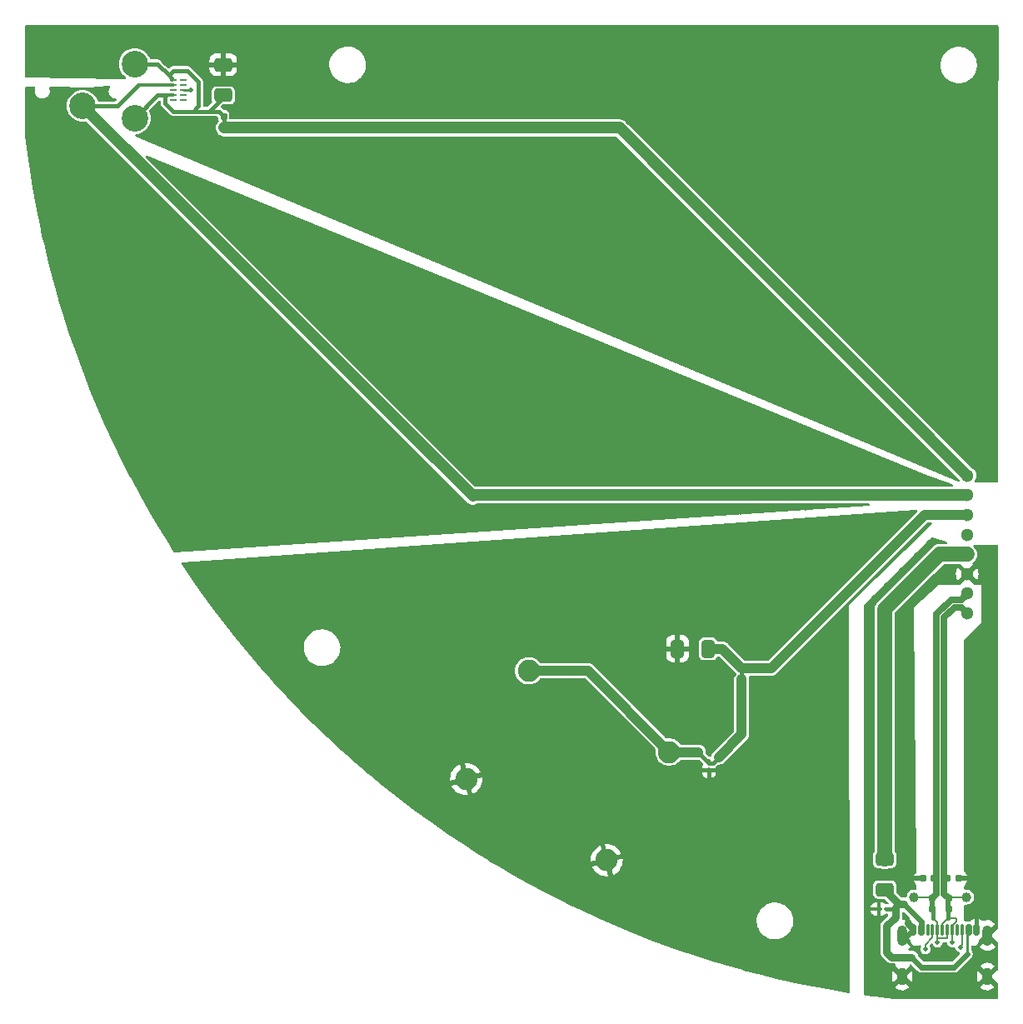
<source format=gtl>
G04 #@! TF.GenerationSoftware,KiCad,Pcbnew,7.0.1*
G04 #@! TF.CreationDate,2023-10-11T18:56:37-05:00*
G04 #@! TF.ProjectId,Audio_Board,41756469-6f5f-4426-9f61-72642e6b6963,1*
G04 #@! TF.SameCoordinates,Original*
G04 #@! TF.FileFunction,Copper,L1,Top*
G04 #@! TF.FilePolarity,Positive*
%FSLAX46Y46*%
G04 Gerber Fmt 4.6, Leading zero omitted, Abs format (unit mm)*
G04 Created by KiCad (PCBNEW 7.0.1) date 2023-10-11 18:56:37*
%MOMM*%
%LPD*%
G01*
G04 APERTURE LIST*
G04 Aperture macros list*
%AMRoundRect*
0 Rectangle with rounded corners*
0 $1 Rounding radius*
0 $2 $3 $4 $5 $6 $7 $8 $9 X,Y pos of 4 corners*
0 Add a 4 corners polygon primitive as box body*
4,1,4,$2,$3,$4,$5,$6,$7,$8,$9,$2,$3,0*
0 Add four circle primitives for the rounded corners*
1,1,$1+$1,$2,$3*
1,1,$1+$1,$4,$5*
1,1,$1+$1,$6,$7*
1,1,$1+$1,$8,$9*
0 Add four rect primitives between the rounded corners*
20,1,$1+$1,$2,$3,$4,$5,0*
20,1,$1+$1,$4,$5,$6,$7,0*
20,1,$1+$1,$6,$7,$8,$9,0*
20,1,$1+$1,$8,$9,$2,$3,0*%
G04 Aperture macros list end*
G04 #@! TA.AperFunction,SMDPad,CuDef*
%ADD10RoundRect,0.155000X0.155000X-0.212500X0.155000X0.212500X-0.155000X0.212500X-0.155000X-0.212500X0*%
G04 #@! TD*
G04 #@! TA.AperFunction,SMDPad,CuDef*
%ADD11RoundRect,0.250000X0.650000X-0.412500X0.650000X0.412500X-0.650000X0.412500X-0.650000X-0.412500X0*%
G04 #@! TD*
G04 #@! TA.AperFunction,SMDPad,CuDef*
%ADD12R,0.725000X0.250000*%
G04 #@! TD*
G04 #@! TA.AperFunction,SMDPad,CuDef*
%ADD13R,0.775000X0.250000*%
G04 #@! TD*
G04 #@! TA.AperFunction,SMDPad,CuDef*
%ADD14RoundRect,0.100000X-0.100000X0.217500X-0.100000X-0.217500X0.100000X-0.217500X0.100000X0.217500X0*%
G04 #@! TD*
G04 #@! TA.AperFunction,SMDPad,CuDef*
%ADD15RoundRect,0.150000X-0.150000X-0.425000X0.150000X-0.425000X0.150000X0.425000X-0.150000X0.425000X0*%
G04 #@! TD*
G04 #@! TA.AperFunction,SMDPad,CuDef*
%ADD16RoundRect,0.075000X-0.075000X-0.500000X0.075000X-0.500000X0.075000X0.500000X-0.075000X0.500000X0*%
G04 #@! TD*
G04 #@! TA.AperFunction,ComponentPad*
%ADD17O,1.000000X2.100000*%
G04 #@! TD*
G04 #@! TA.AperFunction,ComponentPad*
%ADD18O,1.000000X1.800000*%
G04 #@! TD*
G04 #@! TA.AperFunction,SMDPad,CuDef*
%ADD19RoundRect,0.155000X-0.212500X-0.155000X0.212500X-0.155000X0.212500X0.155000X-0.212500X0.155000X0*%
G04 #@! TD*
G04 #@! TA.AperFunction,ComponentPad*
%ADD20C,1.300000*%
G04 #@! TD*
G04 #@! TA.AperFunction,SMDPad,CuDef*
%ADD21RoundRect,0.155000X0.212500X0.155000X-0.212500X0.155000X-0.212500X-0.155000X0.212500X-0.155000X0*%
G04 #@! TD*
G04 #@! TA.AperFunction,SMDPad,CuDef*
%ADD22C,1.000000*%
G04 #@! TD*
G04 #@! TA.AperFunction,ComponentPad*
%ADD23C,2.250000*%
G04 #@! TD*
G04 #@! TA.AperFunction,SMDPad,CuDef*
%ADD24RoundRect,0.250000X0.412500X0.650000X-0.412500X0.650000X-0.412500X-0.650000X0.412500X-0.650000X0*%
G04 #@! TD*
G04 #@! TA.AperFunction,SMDPad,CuDef*
%ADD25RoundRect,0.100000X0.217500X0.100000X-0.217500X0.100000X-0.217500X-0.100000X0.217500X-0.100000X0*%
G04 #@! TD*
G04 #@! TA.AperFunction,ComponentPad*
%ADD26C,2.704000*%
G04 #@! TD*
G04 #@! TA.AperFunction,ViaPad*
%ADD27C,0.500000*%
G04 #@! TD*
G04 #@! TA.AperFunction,Conductor*
%ADD28C,1.500000*%
G04 #@! TD*
G04 #@! TA.AperFunction,Conductor*
%ADD29C,1.200000*%
G04 #@! TD*
G04 #@! TA.AperFunction,Conductor*
%ADD30C,0.400000*%
G04 #@! TD*
G04 #@! TA.AperFunction,Conductor*
%ADD31C,0.300000*%
G04 #@! TD*
G04 #@! TA.AperFunction,Conductor*
%ADD32C,0.250000*%
G04 #@! TD*
G04 #@! TA.AperFunction,Conductor*
%ADD33C,1.000000*%
G04 #@! TD*
G04 #@! TA.AperFunction,Conductor*
%ADD34C,0.645000*%
G04 #@! TD*
G04 #@! TA.AperFunction,Conductor*
%ADD35C,0.130000*%
G04 #@! TD*
G04 #@! TA.AperFunction,Conductor*
%ADD36C,0.200000*%
G04 #@! TD*
G04 #@! TA.AperFunction,Conductor*
%ADD37C,0.500000*%
G04 #@! TD*
G04 #@! TA.AperFunction,Conductor*
%ADD38C,0.600000*%
G04 #@! TD*
G04 #@! TA.AperFunction,Conductor*
%ADD39C,0.800000*%
G04 #@! TD*
G04 APERTURE END LIST*
D10*
X180725735Y-30706700D03*
X180725735Y-29571700D03*
X252760135Y-110157900D03*
X252760135Y-109022900D03*
D11*
X247908335Y-108150700D03*
X247908335Y-105025700D03*
X180674535Y-27447201D03*
X180674535Y-24322201D03*
D10*
X254385735Y-110157900D03*
X254385735Y-109022900D03*
D12*
X175640435Y-25913800D03*
X175640435Y-26413800D03*
X175640435Y-26913800D03*
X175640435Y-27413800D03*
X175640435Y-27913800D03*
D13*
X176640435Y-27913800D03*
X176640435Y-27413800D03*
X176640435Y-26913800D03*
X176640435Y-26413800D03*
X176640435Y-25913800D03*
D14*
X230059835Y-95224301D03*
X230059835Y-96039301D03*
D15*
X250818954Y-112231000D03*
X251618954Y-112231000D03*
D16*
X252768954Y-112231000D03*
X253768954Y-112231000D03*
X254268954Y-112231000D03*
X255268954Y-112231000D03*
D15*
X256418954Y-112231000D03*
X257218954Y-112231000D03*
X257218954Y-112231000D03*
X256418954Y-112231000D03*
D16*
X255768954Y-112231000D03*
X254768954Y-112231000D03*
X253268954Y-112231000D03*
X252268954Y-112231000D03*
D15*
X251618954Y-112231000D03*
X250818954Y-112231000D03*
D17*
X249698954Y-112806000D03*
D18*
X249698954Y-116986000D03*
D17*
X258338954Y-112806000D03*
D18*
X258338954Y-116986000D03*
D19*
X251769135Y-107025400D03*
X252904135Y-107025400D03*
D20*
X256290335Y-66075000D03*
X256290335Y-68075000D03*
X256290335Y-70075000D03*
X256290335Y-72075000D03*
X256290335Y-74075000D03*
X256290335Y-76075000D03*
X256290335Y-78075000D03*
X256290335Y-80075000D03*
D21*
X255426735Y-107025400D03*
X254291735Y-107025400D03*
D22*
X256239535Y-108905000D03*
D23*
X211717126Y-85918503D03*
X226006545Y-94168503D03*
X205367126Y-96917026D03*
X219656545Y-105167026D03*
D24*
X229975936Y-83682800D03*
X226850936Y-83682800D03*
D25*
X248121635Y-110118600D03*
X247306635Y-110118600D03*
D26*
X171688954Y-29759000D03*
X166388954Y-28509000D03*
X171688954Y-24259000D03*
D22*
X250905535Y-108905000D03*
D10*
X233379535Y-86799000D03*
X233379535Y-85664000D03*
D27*
X253267735Y-113527800D03*
X254768954Y-113502400D03*
X172673535Y-67249000D03*
X183849535Y-77917000D03*
X241253535Y-77663000D03*
X249635535Y-75631000D03*
X250041935Y-111089400D03*
X205388735Y-36210200D03*
X257560335Y-34483000D03*
X203153535Y-69027000D03*
X171403535Y-56073000D03*
X235411535Y-73345000D03*
X187913535Y-85029000D03*
X245723935Y-22341800D03*
X226775535Y-77155000D03*
X169879535Y-52771000D03*
X163935935Y-20716200D03*
X197311535Y-75631000D03*
X250143535Y-81727000D03*
X236935535Y-80203000D03*
X240745535Y-62423000D03*
X218139535Y-98999000D03*
X195076335Y-28590200D03*
X252683535Y-28285400D03*
X251159535Y-66487000D03*
X183087535Y-55311000D03*
X246079535Y-98491000D03*
X232363535Y-98491000D03*
X178820335Y-22443400D03*
X236884735Y-21833800D03*
X213313535Y-51755000D03*
X208741535Y-89093000D03*
X202848735Y-62626200D03*
X202086735Y-25085000D03*
X238865935Y-31485800D03*
X174959535Y-58867000D03*
X190453535Y-69281000D03*
X249127535Y-118811000D03*
X220882735Y-39918600D03*
X243793535Y-84521000D03*
X219663535Y-56936600D03*
X212805535Y-21427400D03*
X210163935Y-45557400D03*
X217225135Y-33568600D03*
X189437535Y-72532200D03*
X251819935Y-21783000D03*
X187151535Y-64709000D03*
X246079535Y-84013000D03*
X187151535Y-55057000D03*
X198022735Y-54549000D03*
X250143535Y-84013000D03*
X186999135Y-21376600D03*
X256747535Y-105095000D03*
X171403535Y-36261000D03*
X184611535Y-50993000D03*
X213567535Y-48453000D03*
X254207535Y-76901000D03*
X256747535Y-94427000D03*
X177804335Y-30114200D03*
X179277535Y-45913000D03*
X256747535Y-99761000D03*
X175010335Y-30012600D03*
X231296735Y-47691000D03*
X259033535Y-118811000D03*
X259033535Y-84267000D03*
X259033535Y-93157000D03*
X199597535Y-65471000D03*
X221492335Y-35702200D03*
X194314335Y-39207400D03*
X215091535Y-102555000D03*
X193958735Y-47487800D03*
X226572335Y-47589400D03*
X246079535Y-100269000D03*
X189894735Y-35651400D03*
X188673535Y-24715000D03*
X241913935Y-37581800D03*
X220831935Y-44541400D03*
X203915535Y-101539000D03*
X230331535Y-111445000D03*
X205744335Y-43423800D03*
X163021535Y-41087000D03*
X246841535Y-78425000D03*
X243793535Y-93919000D03*
X183646335Y-28590200D03*
X197921135Y-35600600D03*
X181563535Y-68773000D03*
X179277535Y-50485000D03*
X243793535Y-115255000D03*
X247705135Y-44998600D03*
X241151935Y-26202600D03*
X259033535Y-80711000D03*
X231601535Y-86045000D03*
X163529535Y-31689000D03*
X206303135Y-24678600D03*
X250143535Y-95443000D03*
X234395535Y-75885000D03*
X239983535Y-89347000D03*
X256747535Y-87315000D03*
X188523135Y-46573400D03*
X257458735Y-26863000D03*
X227029535Y-103063000D03*
X186084735Y-32603400D03*
X194415935Y-32705000D03*
X215599535Y-42611000D03*
X245622335Y-25796200D03*
X250143535Y-91379000D03*
X184662335Y-25237400D03*
X239221535Y-107889000D03*
X214177135Y-61254600D03*
X202391535Y-95697000D03*
X240542335Y-53329800D03*
X214532735Y-55768200D03*
X258322335Y-55107800D03*
X229569535Y-88585000D03*
X194009535Y-72227400D03*
X180801535Y-65471000D03*
X241151935Y-47030600D03*
X209554335Y-21325800D03*
X224997535Y-85283000D03*
X250143535Y-98999000D03*
X226521535Y-57343000D03*
X250143535Y-102809000D03*
X203407535Y-74869000D03*
X179023535Y-27421800D03*
X210163935Y-28793400D03*
X257458735Y-64353400D03*
X208690735Y-58511400D03*
X246079535Y-85791000D03*
X243793535Y-89093000D03*
X228299535Y-98237000D03*
X174959535Y-32298600D03*
X246079535Y-91379000D03*
X243793535Y-80711000D03*
X217885535Y-108905000D03*
X194263535Y-35397400D03*
X225505535Y-88585000D03*
X246790735Y-70449400D03*
X216361535Y-53025000D03*
X196295535Y-44643000D03*
X239881935Y-69382600D03*
X244555535Y-65877400D03*
X173689535Y-46929000D03*
X218799935Y-21173400D03*
X242929935Y-30469800D03*
X234395535Y-103825000D03*
X259033535Y-91379000D03*
X242777535Y-59883000D03*
X205185535Y-93919000D03*
X246079535Y-96713000D03*
X255223535Y-118811000D03*
X247095535Y-64963000D03*
X163783535Y-45659000D03*
X211484735Y-32857400D03*
X243793535Y-110175000D03*
X198327535Y-32806600D03*
X254461535Y-60695800D03*
X246079535Y-94935000D03*
X243793535Y-99253000D03*
X185627535Y-69281000D03*
X250143535Y-89093000D03*
X178617135Y-33314600D03*
X203661535Y-47691000D03*
X227385135Y-39309000D03*
X200207135Y-28793400D03*
X256747535Y-89093000D03*
X235919535Y-94173000D03*
X259033535Y-109159000D03*
X245063535Y-74361000D03*
X210265535Y-91633000D03*
X253801135Y-114137400D03*
X253902735Y-49316600D03*
X165307535Y-48961000D03*
X211789535Y-89093000D03*
X233633535Y-109159000D03*
X209503535Y-78425000D03*
X259033535Y-77155000D03*
X176737535Y-62931000D03*
X192739535Y-77917000D03*
X202848735Y-57495400D03*
X249838735Y-23611800D03*
X231855535Y-115001000D03*
X236427535Y-88839000D03*
X210671935Y-40579000D03*
X243793535Y-104333000D03*
X208233535Y-85283000D03*
X252429535Y-72837000D03*
X251921535Y-78171000D03*
X204220335Y-51043800D03*
X259033535Y-75377000D03*
X233227135Y-69789000D03*
X226267535Y-74107000D03*
X195279535Y-61915000D03*
X237799135Y-38242200D03*
X194314335Y-51043800D03*
X198327535Y-92649000D03*
X192739535Y-58867000D03*
X259033535Y-94935000D03*
X231804735Y-65674200D03*
X177347135Y-26913800D03*
X246079535Y-109159000D03*
X199597535Y-46421000D03*
X244047535Y-63947000D03*
X175467535Y-40325000D03*
X231550735Y-52263000D03*
X230839535Y-105349000D03*
X216107535Y-89855000D03*
X246333535Y-112207000D03*
X234293935Y-32705000D03*
X251413535Y-117541000D03*
X250143535Y-100777000D03*
X239475535Y-101793000D03*
X198632335Y-49316600D03*
X168609535Y-57851000D03*
X196041535Y-94681000D03*
X211027535Y-50485000D03*
X203915535Y-91633000D03*
X161192735Y-21376600D03*
X257458735Y-42204600D03*
X246079535Y-105603000D03*
X165155135Y-24018200D03*
X257103135Y-110987800D03*
X193673535Y-82235000D03*
X256747535Y-85537000D03*
X229975935Y-30469800D03*
X256747535Y-118811000D03*
X256747535Y-83759000D03*
X251159535Y-74107000D03*
X225302335Y-58816200D03*
X226927935Y-32146200D03*
X223930735Y-63185000D03*
X246079535Y-103825000D03*
X252632735Y-43830200D03*
X246993935Y-49519800D03*
X215091535Y-75123000D03*
X246079535Y-87823000D03*
X202696335Y-71567000D03*
X176229535Y-42611000D03*
X222203535Y-107127000D03*
X188675535Y-28590200D03*
X248213135Y-36362600D03*
X256747535Y-92649000D03*
X223219535Y-55565000D03*
X168609535Y-27371000D03*
X228807535Y-63032600D03*
X195279535Y-69027000D03*
X256747535Y-117033000D03*
X226775535Y-107889000D03*
X176178735Y-73040200D03*
X221187535Y-76901000D03*
X217631535Y-95697000D03*
X222711535Y-100269000D03*
X205033135Y-28387000D03*
X226877135Y-43373000D03*
X200613535Y-69281000D03*
X162767535Y-28895000D03*
X250143535Y-105095000D03*
X233379535Y-81981000D03*
X211027535Y-101539000D03*
X224235535Y-111953000D03*
X197311535Y-85029000D03*
X170285935Y-21224200D03*
X175162735Y-23459400D03*
X167491935Y-21630600D03*
X167339535Y-36769000D03*
X236935535Y-116271000D03*
X225911935Y-65826600D03*
X201121535Y-42306200D03*
X216463135Y-28488600D03*
X247349535Y-118557000D03*
X225657935Y-70265000D03*
X247400335Y-29301400D03*
X250143535Y-93411000D03*
X179785535Y-77155000D03*
X219917535Y-85283000D03*
X175213535Y-55311000D03*
X239475535Y-112969000D03*
X259033535Y-89601000D03*
X213821535Y-82743000D03*
X219917535Y-110429000D03*
X246587535Y-61661000D03*
X216412335Y-36718200D03*
X197006735Y-24475400D03*
X211535535Y-82743000D03*
X168101535Y-24831000D03*
X219155535Y-50485000D03*
X171149535Y-42611000D03*
X246079535Y-107381000D03*
X258271535Y-115001000D03*
X205490335Y-40172600D03*
X213313535Y-77663000D03*
X167593535Y-41087000D03*
X250143535Y-86299000D03*
X240643935Y-66080600D03*
X203864735Y-21224200D03*
X250143535Y-97475000D03*
X259033535Y-96713000D03*
X246231935Y-59171800D03*
X210773535Y-98491000D03*
X259033535Y-102047000D03*
X184001935Y-72481400D03*
X246079535Y-80457000D03*
X179277535Y-37023000D03*
X240237535Y-95189000D03*
X242015535Y-72329000D03*
X259033535Y-73599000D03*
X201883535Y-88839000D03*
X221492335Y-48300600D03*
X218901535Y-73345000D03*
X240745535Y-84775000D03*
X220425535Y-54549000D03*
X256747535Y-90871000D03*
X201019935Y-39004200D03*
X222965535Y-87315000D03*
X201223135Y-35651400D03*
X253445535Y-118811000D03*
X246079535Y-102047000D03*
X219155535Y-80203000D03*
X214024735Y-65420200D03*
X192485535Y-88331000D03*
X185271935Y-35651400D03*
X237595935Y-63947000D03*
X167085535Y-53533000D03*
X190402735Y-32755800D03*
X210773535Y-105603000D03*
X211789535Y-24831000D03*
X203153535Y-83251000D03*
X233074735Y-61610200D03*
X187913535Y-79949000D03*
X251819935Y-56123800D03*
X217479135Y-25491400D03*
X201934335Y-32806600D03*
X236071935Y-65877400D03*
X259033535Y-105603000D03*
X211332335Y-36413400D03*
X230585535Y-58613000D03*
X259033535Y-86045000D03*
X222203535Y-94427000D03*
X170387535Y-62169000D03*
X167847535Y-45405000D03*
X175975535Y-68773000D03*
X236021135Y-26863000D03*
X203661535Y-78933000D03*
X202137535Y-98745000D03*
X218901535Y-64455000D03*
X259033535Y-103825000D03*
X219663535Y-92141000D03*
X259033535Y-87823000D03*
X259033535Y-82489000D03*
X210011535Y-74615000D03*
X256747535Y-101539000D03*
X251413535Y-118811000D03*
X232211135Y-37175400D03*
X222813135Y-26202600D03*
X259033535Y-100269000D03*
X235767135Y-49113400D03*
X198835535Y-20970200D03*
X168609535Y-49469000D03*
X259033535Y-107381000D03*
X259033535Y-110937000D03*
X215599535Y-107381000D03*
X228299535Y-54041000D03*
X206709535Y-87315000D03*
X181055535Y-58867000D03*
X182985935Y-21122600D03*
X228045535Y-112715000D03*
X161548335Y-24780200D03*
X230077535Y-91633000D03*
X162005535Y-35499000D03*
X232363535Y-23002200D03*
X194517535Y-65471000D03*
X224489535Y-81473000D03*
X187659535Y-61407000D03*
X207217535Y-100269000D03*
X217885535Y-83505000D03*
X209655935Y-53126600D03*
X190199535Y-38242200D03*
X207725535Y-92649000D03*
X256747535Y-96205000D03*
X206252335Y-32806600D03*
X242218735Y-57089000D03*
X248111535Y-77155000D03*
X249889535Y-63439000D03*
X208690735Y-62677000D03*
X193704735Y-20817800D03*
X189691535Y-42611000D03*
X246079535Y-93157000D03*
X256747535Y-48554600D03*
X197057535Y-79949000D03*
X236427535Y-60899000D03*
X259033535Y-78933000D03*
X238459535Y-58105000D03*
X256747535Y-97983000D03*
X219053935Y-61051400D03*
X252175535Y-36210200D03*
X259033535Y-98491000D03*
X228299535Y-26659800D03*
X216107535Y-46522600D03*
X256747535Y-103317000D03*
X168101535Y-33213000D03*
X175975535Y-20970200D03*
X213059535Y-96205000D03*
X250397535Y-79949000D03*
X173943535Y-50739000D03*
X236529135Y-53787000D03*
X197971935Y-40375800D03*
X184103535Y-39817000D03*
X206963535Y-49215000D03*
X219511135Y-70703400D03*
X246079535Y-89601000D03*
X179785535Y-71109800D03*
X250143535Y-107127000D03*
X223473535Y-52263000D03*
X257923535Y-22465000D03*
X236173535Y-98491000D03*
X246587535Y-115001000D03*
X234141535Y-56581000D03*
X226318335Y-22545000D03*
X210316335Y-71363800D03*
X246079535Y-82235000D03*
X252048535Y-114213600D03*
X255579135Y-113985000D03*
D28*
X247908335Y-79644200D02*
X253477535Y-74075000D01*
X247908335Y-105025700D02*
X247908335Y-79644200D01*
X253477535Y-74075000D02*
X256290335Y-74075000D01*
D29*
X166388954Y-28509000D02*
X206044954Y-68165000D01*
X256290335Y-68075000D02*
X206134954Y-68075000D01*
D30*
X169909935Y-28509000D02*
X172005135Y-26413800D01*
D31*
X172005135Y-26413800D02*
X175640435Y-26413800D01*
D32*
X206134954Y-68075000D02*
X206044954Y-68165000D01*
D30*
X166388954Y-28509000D02*
X169909935Y-28509000D01*
X180674535Y-27625000D02*
X180674535Y-27447201D01*
X180226835Y-29072800D02*
X180725735Y-29571700D01*
D31*
X175640435Y-27413800D02*
X174883335Y-27413800D01*
D30*
X175473535Y-25765000D02*
X175473535Y-25746900D01*
X177016935Y-24932600D02*
X175619935Y-24932600D01*
D29*
X256290335Y-66075000D02*
X220964535Y-30749200D01*
D30*
X174883335Y-27413800D02*
X174773535Y-27523600D01*
D33*
X180768235Y-30749200D02*
X180725735Y-30706700D01*
D30*
X173985635Y-24259000D02*
X171688954Y-24259000D01*
D29*
X218222154Y-30749200D02*
X180768235Y-30749200D01*
D30*
X174773535Y-28215000D02*
X175631335Y-29072800D01*
X174773535Y-27523600D02*
X174773535Y-28215000D01*
X177626535Y-29072800D02*
X179226735Y-29072800D01*
X174034154Y-27413800D02*
X171688954Y-29759000D01*
X179226735Y-29072800D02*
X180674535Y-27625000D01*
X180725735Y-29571700D02*
X180725735Y-30706700D01*
X174883335Y-27413800D02*
X174034154Y-27413800D01*
X175473535Y-25746900D02*
X175139585Y-25412950D01*
X177626535Y-29072800D02*
X178159935Y-28539400D01*
D29*
X220964535Y-30749200D02*
X218222154Y-30749200D01*
D30*
X175619935Y-24932600D02*
X175139585Y-25412950D01*
X175631335Y-29072800D02*
X177626535Y-29072800D01*
X179226735Y-29072800D02*
X180226835Y-29072800D01*
X175139585Y-25412950D02*
X173985635Y-24259000D01*
X178159935Y-26075600D02*
X177016935Y-24932600D01*
X178159935Y-28539400D02*
X178159935Y-26075600D01*
D33*
X251940335Y-70075000D02*
X236351335Y-85664000D01*
D30*
X228950637Y-94168503D02*
X230065435Y-95283301D01*
D33*
X226006545Y-94168503D02*
X217756545Y-85918503D01*
X229975936Y-83682800D02*
X231398335Y-83682800D01*
X233379535Y-92344200D02*
X231042735Y-94681000D01*
X231398335Y-83682800D02*
X233379535Y-85664000D01*
X217756545Y-85918503D02*
X211717126Y-85918503D01*
D30*
X233379535Y-86799000D02*
X233379535Y-85664000D01*
D33*
X256290335Y-70075000D02*
X252886735Y-70075000D01*
X236351335Y-85664000D02*
X233379535Y-85664000D01*
X226006545Y-94168503D02*
X228950637Y-94168503D01*
X233379535Y-92344200D02*
X233379535Y-86799000D01*
D30*
X230065435Y-95283301D02*
X230440434Y-95283301D01*
X230440434Y-95283301D02*
X231042735Y-94681000D01*
D33*
X252886735Y-70075000D02*
X251940335Y-70075000D01*
D34*
X253186935Y-108596100D02*
X253186935Y-80169712D01*
D30*
X252785135Y-111038600D02*
X252785135Y-110182900D01*
D35*
X252642235Y-108905000D02*
X252760135Y-109022900D01*
D34*
X253186935Y-80169712D02*
X254667647Y-78689000D01*
D35*
X253268954Y-112231000D02*
X253268954Y-112631269D01*
D36*
X254232935Y-113121400D02*
X254283735Y-113070600D01*
D35*
X253268954Y-112631269D02*
X253267735Y-112632488D01*
X250905535Y-108905000D02*
X252642235Y-108905000D01*
X254283735Y-112245781D02*
X254268954Y-112231000D01*
D36*
X253318535Y-113121400D02*
X254232935Y-113121400D01*
X253267735Y-113070600D02*
X253318535Y-113121400D01*
X253268954Y-112231000D02*
X253268954Y-111522419D01*
D34*
X252760135Y-109022900D02*
X253186935Y-108596100D01*
D36*
X254283735Y-113070600D02*
X254283735Y-112245781D01*
D34*
X254667647Y-78689000D02*
X255676335Y-78689000D01*
D36*
X253267735Y-113070600D02*
X253267735Y-113527800D01*
X253268954Y-111522419D02*
X252785135Y-111038600D01*
X252785135Y-110182900D02*
X252760135Y-110157900D01*
D34*
X255676335Y-78689000D02*
X256290335Y-78075000D01*
D37*
X252760135Y-110157900D02*
X252760135Y-109022900D01*
D36*
X253267735Y-112632488D02*
X253267735Y-113070600D01*
X254768954Y-112231000D02*
X254768954Y-111781233D01*
X254768954Y-111781233D02*
X255172735Y-111377452D01*
D34*
X253958935Y-80489488D02*
X254987423Y-79461000D01*
D36*
X255172735Y-111089400D02*
X255121935Y-111038600D01*
D37*
X254359935Y-110183700D02*
X254359935Y-109048700D01*
D34*
X254987423Y-79461000D02*
X255676335Y-79461000D01*
X254385735Y-109022900D02*
X253958935Y-108596100D01*
D36*
X254359935Y-110183700D02*
X254385735Y-110157900D01*
X254768954Y-112231000D02*
X254768954Y-113502400D01*
X253768954Y-111629581D02*
X254359935Y-111038600D01*
D35*
X256239535Y-108905000D02*
X254503635Y-108905000D01*
D36*
X253768954Y-111629581D02*
X253768954Y-112231000D01*
D35*
X254768954Y-112231000D02*
X254768954Y-111830731D01*
D34*
X253958935Y-108596100D02*
X253958935Y-80489488D01*
D36*
X255121935Y-111038600D02*
X254359935Y-111038600D01*
D37*
X254359935Y-109048700D02*
X254385735Y-109022900D01*
D34*
X255676335Y-79461000D02*
X256290335Y-80075000D01*
D35*
X254503635Y-108905000D02*
X254385735Y-109022900D01*
D30*
X254359935Y-111038600D02*
X254359935Y-110183700D01*
D36*
X255172735Y-111377452D02*
X255172735Y-111089400D01*
D30*
X250818954Y-112231000D02*
X250818954Y-111866419D01*
D32*
X177347135Y-26913800D02*
X176640435Y-26913800D01*
D30*
X257218954Y-111103619D02*
X257103135Y-110987800D01*
X250818954Y-111866419D02*
X250041935Y-111089400D01*
X257218954Y-112231000D02*
X257218954Y-111103619D01*
D32*
X256418954Y-112231000D02*
X256290335Y-112359619D01*
D30*
X248062635Y-110124200D02*
X248873535Y-110124200D01*
D38*
X251618954Y-111396419D02*
X249842585Y-109620050D01*
D32*
X256290335Y-112359619D02*
X256290335Y-114696200D01*
D39*
X249842585Y-109620050D02*
X249377685Y-109620050D01*
X248619535Y-115001000D02*
X248111535Y-114493000D01*
D38*
X251667535Y-116017000D02*
X250651535Y-115001000D01*
X256290335Y-114696200D02*
X255985535Y-115001000D01*
X255985535Y-115001000D02*
X254969535Y-116017000D01*
D39*
X250651535Y-115001000D02*
X248619535Y-115001000D01*
X249025935Y-110937000D02*
X249025935Y-109971800D01*
X248111535Y-111851400D02*
X249025935Y-110937000D01*
X248111535Y-114493000D02*
X248111535Y-111851400D01*
D38*
X251618954Y-112231000D02*
X251618954Y-111396419D01*
D39*
X249377685Y-109620050D02*
X247908335Y-108150700D01*
D32*
X248873535Y-110124200D02*
X249025935Y-109971800D01*
D30*
X249025935Y-109971800D02*
X249377685Y-109620050D01*
D38*
X254969535Y-116017000D02*
X251667535Y-116017000D01*
D35*
X252048535Y-113731000D02*
X252048535Y-114213600D01*
X252768954Y-113010581D02*
X252048535Y-113731000D01*
X252768954Y-112231000D02*
X252768954Y-113010581D01*
X255579135Y-113985000D02*
X255768954Y-113795181D01*
X255768954Y-113795181D02*
X255768954Y-112231000D01*
G04 #@! TA.AperFunction,Conductor*
G36*
X169078628Y-26467480D02*
G01*
X169127992Y-26512149D01*
X169147140Y-26575910D01*
X169130553Y-26640384D01*
X169091444Y-26708123D01*
X169073346Y-26768577D01*
X169045791Y-26860619D01*
X169040859Y-26877092D01*
X169030602Y-27053168D01*
X169035701Y-27082082D01*
X169061231Y-27226866D01*
X169120930Y-27365265D01*
X169131090Y-27388818D01*
X169236415Y-27530294D01*
X169371524Y-27643665D01*
X169371525Y-27643665D01*
X169371527Y-27643667D01*
X169529143Y-27722824D01*
X169529144Y-27722824D01*
X169529146Y-27722825D01*
X169700764Y-27763500D01*
X169704828Y-27763500D01*
X169761123Y-27777015D01*
X169805146Y-27814615D01*
X169827301Y-27868102D01*
X169822759Y-27925818D01*
X169792509Y-27975181D01*
X169755509Y-28012181D01*
X169715281Y-28039061D01*
X169667828Y-28048500D01*
X168026421Y-28048500D01*
X167978968Y-28039061D01*
X167938740Y-28012181D01*
X167911860Y-27971953D01*
X167868843Y-27868102D01*
X167830145Y-27774677D01*
X167697528Y-27558266D01*
X167532689Y-27365265D01*
X167339688Y-27200426D01*
X167123277Y-27067809D01*
X167027894Y-27028300D01*
X166888785Y-26970678D01*
X166641986Y-26911428D01*
X166388954Y-26891514D01*
X166135921Y-26911428D01*
X165889122Y-26970678D01*
X165654629Y-27067810D01*
X165438221Y-27200425D01*
X165245219Y-27365265D01*
X165080379Y-27558267D01*
X164947764Y-27774675D01*
X164850632Y-28009168D01*
X164791382Y-28255967D01*
X164771468Y-28508999D01*
X164791382Y-28762032D01*
X164850632Y-29008831D01*
X164901576Y-29131818D01*
X164947763Y-29243323D01*
X165080380Y-29459734D01*
X165245219Y-29652735D01*
X165438220Y-29817574D01*
X165654631Y-29950191D01*
X165822882Y-30019883D01*
X165889122Y-30047321D01*
X165967091Y-30066039D01*
X166135923Y-30106572D01*
X166388954Y-30126486D01*
X166641985Y-30106572D01*
X166677363Y-30098078D01*
X166739969Y-30099306D01*
X166793993Y-30130970D01*
X205469478Y-68806455D01*
X205578782Y-68894316D01*
X205578783Y-68894316D01*
X205578784Y-68894317D01*
X205746464Y-68977479D01*
X205928102Y-69022650D01*
X206115203Y-69027719D01*
X206299020Y-68992447D01*
X206407944Y-68945591D01*
X206456942Y-68935500D01*
X246273638Y-68935500D01*
X246334442Y-68951431D01*
X246379622Y-68995131D01*
X246397569Y-69055371D01*
X246383672Y-69116672D01*
X246341500Y-69163282D01*
X246281891Y-69183225D01*
X175744244Y-73888665D01*
X175680178Y-73875669D01*
X175631623Y-73831897D01*
X175425674Y-73510880D01*
X175150370Y-73081757D01*
X175149087Y-73079713D01*
X174126482Y-71414917D01*
X174125281Y-71412918D01*
X173135484Y-69728455D01*
X173134289Y-69726376D01*
X172177634Y-68022813D01*
X172176531Y-68020802D01*
X171253411Y-66298837D01*
X171252285Y-66296686D01*
X171138688Y-66074443D01*
X170363052Y-64556975D01*
X170362035Y-64554935D01*
X169507036Y-62798152D01*
X169506002Y-62795972D01*
X168685606Y-61022888D01*
X168684608Y-61020675D01*
X167899081Y-59231870D01*
X167898126Y-59229638D01*
X167147736Y-57425708D01*
X167146826Y-57423457D01*
X166431926Y-55605263D01*
X166431060Y-55602995D01*
X166170176Y-54899341D01*
X165751872Y-53771095D01*
X165751104Y-53768960D01*
X165107893Y-51924063D01*
X165107119Y-51921771D01*
X164865642Y-51182926D01*
X164500146Y-50064624D01*
X164499456Y-50062437D01*
X163928955Y-48193756D01*
X163928308Y-48191560D01*
X163394525Y-46312148D01*
X163393884Y-46309806D01*
X163316307Y-46014808D01*
X162896976Y-44420221D01*
X162896417Y-44418005D01*
X162436604Y-42519083D01*
X162436060Y-42516734D01*
X162254052Y-41695075D01*
X162013535Y-40609281D01*
X162013037Y-40606921D01*
X161627930Y-38691524D01*
X161627475Y-38689140D01*
X161280593Y-36770188D01*
X161279893Y-36765884D01*
X160546101Y-31676746D01*
X160544833Y-31659199D01*
X160539595Y-26688997D01*
X160556306Y-26626700D01*
X160602050Y-26581222D01*
X160664443Y-26564873D01*
X161466974Y-26570388D01*
X161522340Y-26583863D01*
X161565836Y-26620679D01*
X161588272Y-26673062D01*
X161584910Y-26729948D01*
X161540859Y-26877091D01*
X161530602Y-27053168D01*
X161535701Y-27082082D01*
X161561231Y-27226866D01*
X161620930Y-27365265D01*
X161631090Y-27388818D01*
X161736415Y-27530294D01*
X161871524Y-27643665D01*
X161871525Y-27643665D01*
X161871527Y-27643667D01*
X162029143Y-27722824D01*
X162029144Y-27722824D01*
X162029146Y-27722825D01*
X162200764Y-27763500D01*
X162200766Y-27763500D01*
X162332892Y-27763500D01*
X162332895Y-27763500D01*
X162464138Y-27748160D01*
X162629878Y-27687836D01*
X162777239Y-27590915D01*
X162898276Y-27462623D01*
X162986464Y-27309876D01*
X163037049Y-27140909D01*
X163047305Y-26964831D01*
X163016677Y-26791134D01*
X163001015Y-26754826D01*
X162991366Y-26694696D01*
X163011509Y-26637220D01*
X163056588Y-26596268D01*
X163115721Y-26581719D01*
X167085535Y-26609000D01*
X169013279Y-26454780D01*
X169078628Y-26467480D01*
G37*
G04 #@! TD.AperFunction*
G04 #@! TA.AperFunction,Conductor*
G36*
X172980898Y-33546910D02*
G01*
X252175535Y-65979000D01*
X254477804Y-66864488D01*
X254764524Y-66974765D01*
X254818820Y-67015581D01*
X254843465Y-67078879D01*
X254831065Y-67145664D01*
X254785340Y-67195895D01*
X254720011Y-67214500D01*
X206362747Y-67214500D01*
X206315294Y-67205061D01*
X206275066Y-67178181D01*
X172846227Y-33749342D01*
X172813357Y-33690705D01*
X172815916Y-33623532D01*
X172853150Y-33567565D01*
X172914117Y-33539250D01*
X172980898Y-33546910D01*
G37*
G04 #@! TD.AperFunction*
G04 #@! TA.AperFunction,Conductor*
G36*
X259405321Y-20317120D02*
G01*
X259450710Y-20362524D01*
X259467308Y-20424540D01*
X259463503Y-31569463D01*
X259451521Y-66656725D01*
X259434680Y-66719076D01*
X259388769Y-66764501D01*
X259326243Y-66780676D01*
X257160648Y-66758351D01*
X257099097Y-66741262D01*
X257054220Y-66695803D01*
X257037926Y-66634038D01*
X257054538Y-66572360D01*
X257126700Y-66447373D01*
X257185844Y-66265346D01*
X257205850Y-66075000D01*
X257185844Y-65884654D01*
X257126700Y-65702627D01*
X257126700Y-65702626D01*
X257031004Y-65536876D01*
X257011361Y-65515061D01*
X256902934Y-65394640D01*
X256748093Y-65282141D01*
X256748092Y-65282140D01*
X256748090Y-65282139D01*
X256708366Y-65264453D01*
X256671121Y-65238855D01*
X221601299Y-30169033D01*
X221594472Y-30161627D01*
X221559794Y-30120801D01*
X221559792Y-30120799D01*
X221559790Y-30120797D01*
X221495842Y-30072185D01*
X221493251Y-30070158D01*
X221464840Y-30047321D01*
X221430705Y-30019883D01*
X221430703Y-30019882D01*
X221430697Y-30019877D01*
X221410791Y-30007529D01*
X221337964Y-29973836D01*
X221334935Y-29972385D01*
X221263019Y-29936717D01*
X221240919Y-29928936D01*
X221162523Y-29911679D01*
X221159258Y-29910914D01*
X221081373Y-29891546D01*
X221058130Y-29888700D01*
X221058120Y-29888700D01*
X220977888Y-29888700D01*
X220974530Y-29888655D01*
X220894273Y-29886480D01*
X220870933Y-29888700D01*
X218315739Y-29888700D01*
X181420235Y-29888700D01*
X181358235Y-29872087D01*
X181312848Y-29826700D01*
X181296235Y-29764700D01*
X181296235Y-29326498D01*
X181280825Y-29229203D01*
X181221070Y-29111930D01*
X181128004Y-29018864D01*
X181010731Y-28959109D01*
X180913437Y-28943700D01*
X180913435Y-28943700D01*
X180800342Y-28943700D01*
X180752889Y-28934261D01*
X180712661Y-28907381D01*
X180575673Y-28770393D01*
X180566415Y-28760034D01*
X180543593Y-28731416D01*
X180495253Y-28698459D01*
X180491485Y-28695784D01*
X180471353Y-28680926D01*
X180436458Y-28641137D01*
X180421333Y-28590422D01*
X180428731Y-28538020D01*
X180457302Y-28493478D01*
X180544263Y-28406517D01*
X180584490Y-28379640D01*
X180631942Y-28370201D01*
X181373361Y-28370201D01*
X181373365Y-28370201D01*
X181434166Y-28363664D01*
X181571708Y-28312364D01*
X181689225Y-28224391D01*
X181777198Y-28106874D01*
X181828498Y-27969332D01*
X181835035Y-27908531D01*
X181835035Y-26985871D01*
X181828498Y-26925070D01*
X181777198Y-26787528D01*
X181689225Y-26670011D01*
X181571708Y-26582038D01*
X181434166Y-26530738D01*
X181373365Y-26524201D01*
X179975705Y-26524201D01*
X179927064Y-26529430D01*
X179914903Y-26530738D01*
X179777361Y-26582038D01*
X179659845Y-26670011D01*
X179571872Y-26787527D01*
X179533087Y-26891514D01*
X179520572Y-26925070D01*
X179515287Y-26974231D01*
X179514035Y-26985875D01*
X179514035Y-27908527D01*
X179520572Y-27969336D01*
X179535749Y-28010027D01*
X179540733Y-28079718D01*
X179507248Y-28141040D01*
X179072309Y-28575981D01*
X179032081Y-28602861D01*
X178984628Y-28612300D01*
X178746756Y-28612300D01*
X178683423Y-28594906D01*
X178637857Y-28547605D01*
X178627902Y-28505214D01*
X178627545Y-28505310D01*
X178624660Y-28494543D01*
X178623719Y-28487398D01*
X178622843Y-28483666D01*
X178622928Y-28481388D01*
X178620435Y-28462450D01*
X178620435Y-26108433D01*
X178621215Y-26094549D01*
X178623669Y-26072765D01*
X178625312Y-26058187D01*
X178614426Y-26000657D01*
X178613662Y-25996158D01*
X178604947Y-25938332D01*
X178604946Y-25938330D01*
X178604070Y-25932517D01*
X178602249Y-25926983D01*
X178572179Y-25870087D01*
X178570089Y-25865948D01*
X178542168Y-25807971D01*
X178538792Y-25803212D01*
X178493299Y-25757719D01*
X178490082Y-25754380D01*
X178469829Y-25732553D01*
X178450295Y-25711500D01*
X178450293Y-25711499D01*
X178446298Y-25707193D01*
X178431143Y-25695563D01*
X177365773Y-24630193D01*
X177356515Y-24619834D01*
X177333693Y-24591216D01*
X177305803Y-24572201D01*
X179274536Y-24572201D01*
X179274536Y-24784680D01*
X179285028Y-24887396D01*
X179340177Y-25053823D01*
X179432218Y-25203046D01*
X179556189Y-25327017D01*
X179705412Y-25419058D01*
X179871838Y-25474207D01*
X179974556Y-25484701D01*
X180424535Y-25484701D01*
X180424535Y-24572201D01*
X180924535Y-24572201D01*
X180924535Y-25484700D01*
X181374514Y-25484700D01*
X181477230Y-25474207D01*
X181643657Y-25419058D01*
X181792880Y-25327017D01*
X181916851Y-25203046D01*
X182008892Y-25053823D01*
X182064041Y-24887397D01*
X182074535Y-24784680D01*
X182074535Y-24572201D01*
X180924535Y-24572201D01*
X180424535Y-24572201D01*
X179274536Y-24572201D01*
X177305803Y-24572201D01*
X177285353Y-24558259D01*
X177281584Y-24555584D01*
X177229820Y-24517380D01*
X177224600Y-24514745D01*
X177163120Y-24495781D01*
X177158717Y-24494332D01*
X177097979Y-24473080D01*
X177092212Y-24472100D01*
X177086344Y-24472100D01*
X177027858Y-24472100D01*
X177023222Y-24472013D01*
X176958920Y-24469607D01*
X176939985Y-24472100D01*
X175652758Y-24472100D01*
X175638874Y-24471320D01*
X175602520Y-24467223D01*
X175545075Y-24478093D01*
X175540503Y-24478870D01*
X175476860Y-24488462D01*
X175471317Y-24490286D01*
X175414437Y-24520348D01*
X175410301Y-24522436D01*
X175352319Y-24550359D01*
X175347538Y-24553752D01*
X175302052Y-24599237D01*
X175298715Y-24602451D01*
X175251529Y-24646234D01*
X175239906Y-24661382D01*
X175227269Y-24674020D01*
X175171681Y-24706116D01*
X175107492Y-24706117D01*
X175051903Y-24674023D01*
X174781790Y-24403910D01*
X191465314Y-24403910D01*
X191495004Y-24673745D01*
X191526978Y-24796047D01*
X191563667Y-24936384D01*
X191617577Y-25063244D01*
X191669838Y-25186224D01*
X191807876Y-25412410D01*
X191811254Y-25417944D01*
X191984903Y-25626604D01*
X192187081Y-25807757D01*
X192413482Y-25957542D01*
X192511092Y-26003300D01*
X192659273Y-26072765D01*
X192659275Y-26072765D01*
X192659278Y-26072767D01*
X192919232Y-26150975D01*
X193187803Y-26190500D01*
X193391316Y-26190500D01*
X193391319Y-26190500D01*
X193594276Y-26175645D01*
X193756051Y-26139608D01*
X193859244Y-26116621D01*
X194112796Y-26019646D01*
X194349526Y-25886786D01*
X194564388Y-25720875D01*
X194590547Y-25693743D01*
X194695764Y-25584610D01*
X194752804Y-25525447D01*
X194910758Y-25304668D01*
X195034883Y-25063244D01*
X195122533Y-24806320D01*
X195138570Y-24719500D01*
X195171841Y-24539371D01*
X195176097Y-24422910D01*
X253575314Y-24422910D01*
X253605004Y-24692745D01*
X253623033Y-24761705D01*
X253673667Y-24955384D01*
X253689790Y-24993324D01*
X253779838Y-25205224D01*
X253909658Y-25417944D01*
X253921254Y-25436944D01*
X254094903Y-25645604D01*
X254297081Y-25826757D01*
X254523482Y-25976542D01*
X254655961Y-26038646D01*
X254769273Y-26091765D01*
X254769275Y-26091765D01*
X254769278Y-26091767D01*
X255029232Y-26169975D01*
X255297803Y-26209500D01*
X255501316Y-26209500D01*
X255501319Y-26209500D01*
X255704276Y-26194645D01*
X255815027Y-26169974D01*
X255969244Y-26135621D01*
X256222796Y-26038646D01*
X256459526Y-25905786D01*
X256674388Y-25739875D01*
X256862804Y-25544447D01*
X257020758Y-25323668D01*
X257030530Y-25304663D01*
X257144880Y-25082249D01*
X257144883Y-25082244D01*
X257232533Y-24825320D01*
X257236043Y-24806320D01*
X257281841Y-24558371D01*
X257291755Y-24287089D01*
X257262065Y-24017254D01*
X257257098Y-23998254D01*
X257193403Y-23754616D01*
X257087232Y-23504776D01*
X256945816Y-23273056D01*
X256772167Y-23064396D01*
X256569989Y-22883243D01*
X256343588Y-22733458D01*
X256303058Y-22714458D01*
X256097796Y-22618234D01*
X255992932Y-22586685D01*
X255837838Y-22540025D01*
X255569267Y-22500500D01*
X255365754Y-22500500D01*
X255365751Y-22500500D01*
X255162793Y-22515354D01*
X254897827Y-22574378D01*
X254644275Y-22671353D01*
X254407544Y-22804214D01*
X254192680Y-22970125D01*
X254004268Y-23165549D01*
X253846308Y-23386336D01*
X253722189Y-23627750D01*
X253634535Y-23884684D01*
X253585228Y-24151628D01*
X253575314Y-24422910D01*
X195176097Y-24422910D01*
X195181755Y-24268089D01*
X195154156Y-24017254D01*
X195152065Y-23998253D01*
X195083403Y-23735616D01*
X194977232Y-23485776D01*
X194835816Y-23254056D01*
X194662167Y-23045396D01*
X194459989Y-22864243D01*
X194233588Y-22714458D01*
X194233584Y-22714456D01*
X193987796Y-22599234D01*
X193882932Y-22567685D01*
X193727838Y-22521025D01*
X193459267Y-22481500D01*
X193255754Y-22481500D01*
X193255751Y-22481500D01*
X193052793Y-22496354D01*
X192787827Y-22555378D01*
X192534275Y-22652353D01*
X192297544Y-22785214D01*
X192082680Y-22951125D01*
X191894268Y-23146549D01*
X191736308Y-23367336D01*
X191612189Y-23608750D01*
X191524535Y-23865684D01*
X191475228Y-24132628D01*
X191465314Y-24403910D01*
X174781790Y-24403910D01*
X174450081Y-24072201D01*
X179274535Y-24072201D01*
X180424535Y-24072201D01*
X180424535Y-23159702D01*
X179974556Y-23159702D01*
X179871839Y-23170194D01*
X179705412Y-23225343D01*
X179556189Y-23317384D01*
X179432218Y-23441355D01*
X179340177Y-23590578D01*
X179285028Y-23757004D01*
X179274535Y-23859722D01*
X179274535Y-24072201D01*
X174450081Y-24072201D01*
X174334473Y-23956593D01*
X174325215Y-23946234D01*
X174302393Y-23917616D01*
X174254053Y-23884659D01*
X174250284Y-23881984D01*
X174198520Y-23843780D01*
X174193300Y-23841145D01*
X174131820Y-23822181D01*
X174127417Y-23820732D01*
X174066679Y-23799480D01*
X174060912Y-23798500D01*
X174055044Y-23798500D01*
X173996558Y-23798500D01*
X173991922Y-23798413D01*
X173927620Y-23796007D01*
X173908685Y-23798500D01*
X173326421Y-23798500D01*
X173278968Y-23789061D01*
X173238740Y-23762181D01*
X173211860Y-23721953D01*
X173190715Y-23670906D01*
X173130145Y-23524677D01*
X172997528Y-23308266D01*
X172870641Y-23159701D01*
X180924535Y-23159701D01*
X180924535Y-24072201D01*
X182074534Y-24072201D01*
X182074534Y-23859722D01*
X182064041Y-23757005D01*
X182008892Y-23590578D01*
X181916851Y-23441355D01*
X181792880Y-23317384D01*
X181643657Y-23225343D01*
X181477231Y-23170194D01*
X181374514Y-23159701D01*
X180924535Y-23159701D01*
X172870641Y-23159701D01*
X172832689Y-23115265D01*
X172639688Y-22950426D01*
X172423277Y-22817809D01*
X172336656Y-22781929D01*
X172188785Y-22720678D01*
X171941986Y-22661428D01*
X171688954Y-22641514D01*
X171435921Y-22661428D01*
X171189122Y-22720678D01*
X170954629Y-22817810D01*
X170738221Y-22950425D01*
X170545219Y-23115265D01*
X170380379Y-23308267D01*
X170247764Y-23524675D01*
X170150632Y-23759168D01*
X170091382Y-24005967D01*
X170071468Y-24258999D01*
X170091382Y-24512032D01*
X170150632Y-24758831D01*
X170203886Y-24887396D01*
X170247763Y-24993323D01*
X170380380Y-25209734D01*
X170545219Y-25402735D01*
X170738220Y-25567574D01*
X170761581Y-25581890D01*
X170766020Y-25584610D01*
X170810241Y-25631240D01*
X170825183Y-25693743D01*
X170806832Y-25755331D01*
X170760117Y-25799463D01*
X170697585Y-25814283D01*
X170082741Y-25796199D01*
X160660535Y-25656265D01*
X160599353Y-25639069D01*
X160554726Y-25593822D01*
X160538376Y-25532413D01*
X160532993Y-20424631D01*
X160549563Y-20362575D01*
X160594956Y-20317135D01*
X160656994Y-20300500D01*
X259343309Y-20300500D01*
X259405321Y-20317120D01*
G37*
G04 #@! TD.AperFunction*
G04 #@! TA.AperFunction,Conductor*
G36*
X174261920Y-27985208D02*
G01*
X174299520Y-28029231D01*
X174313035Y-28085526D01*
X174313035Y-28182167D01*
X174312255Y-28196051D01*
X174308157Y-28232413D01*
X174319031Y-28289879D01*
X174319808Y-28294451D01*
X174329397Y-28358072D01*
X174331224Y-28363623D01*
X174361290Y-28420513D01*
X174363378Y-28424648D01*
X174391300Y-28482626D01*
X174394684Y-28487394D01*
X174440170Y-28532880D01*
X174443387Y-28536219D01*
X174483175Y-28579100D01*
X174483176Y-28579100D01*
X174487174Y-28583409D01*
X174502326Y-28595036D01*
X175282496Y-29375207D01*
X175291762Y-29385575D01*
X175314577Y-29414184D01*
X175362925Y-29447147D01*
X175366669Y-29449804D01*
X175406365Y-29479101D01*
X175418461Y-29488028D01*
X175423656Y-29490650D01*
X175429273Y-29492382D01*
X175429274Y-29492383D01*
X175485208Y-29509636D01*
X175489509Y-29511051D01*
X175526531Y-29524006D01*
X175550303Y-29532325D01*
X175556042Y-29533300D01*
X175561926Y-29533300D01*
X175620412Y-29533300D01*
X175625048Y-29533387D01*
X175683477Y-29535573D01*
X175683479Y-29535572D01*
X175689349Y-29535792D01*
X175708285Y-29533300D01*
X177557126Y-29533300D01*
X177593702Y-29533300D01*
X177607586Y-29534080D01*
X177643947Y-29538177D01*
X177643947Y-29538176D01*
X177643948Y-29538177D01*
X177658296Y-29535462D01*
X177681351Y-29533300D01*
X179157326Y-29533300D01*
X179193902Y-29533300D01*
X179207786Y-29534080D01*
X179244147Y-29538177D01*
X179244147Y-29538176D01*
X179244148Y-29538177D01*
X179258496Y-29535462D01*
X179281551Y-29533300D01*
X179984728Y-29533300D01*
X180032181Y-29542739D01*
X180072409Y-29569619D01*
X180118916Y-29616126D01*
X180145796Y-29656354D01*
X180155235Y-29703807D01*
X180155235Y-29816902D01*
X180170644Y-29914195D01*
X180202730Y-29977167D01*
X180216129Y-30028090D01*
X180207188Y-30079982D01*
X180177520Y-30123485D01*
X180129436Y-30169033D01*
X180108527Y-30188839D01*
X180061072Y-30258831D01*
X180003490Y-30343758D01*
X179934211Y-30517633D01*
X179903930Y-30702341D01*
X179914063Y-30889234D01*
X179963579Y-31067574D01*
X179964137Y-31069582D01*
X180051809Y-31234949D01*
X180172980Y-31377603D01*
X180251003Y-31436914D01*
X180321988Y-31490875D01*
X180473377Y-31560914D01*
X180491856Y-31569464D01*
X180674650Y-31609700D01*
X218128569Y-31609700D01*
X218268808Y-31609700D01*
X220556742Y-31609700D01*
X220604195Y-31619139D01*
X220644423Y-31646019D01*
X255453616Y-66455211D01*
X255473321Y-66480890D01*
X255486089Y-66503004D01*
X255502664Y-66561879D01*
X255489078Y-66621515D01*
X255448639Y-66667402D01*
X255391184Y-66688376D01*
X255330692Y-66679334D01*
X171802382Y-31602491D01*
X171750942Y-31562227D01*
X171727103Y-31501409D01*
X171737479Y-31436914D01*
X171779192Y-31386643D01*
X171840661Y-31364546D01*
X171941985Y-31356572D01*
X172188785Y-31297321D01*
X172423277Y-31200191D01*
X172639688Y-31067574D01*
X172832689Y-30902735D01*
X172997528Y-30709734D01*
X173130145Y-30493323D01*
X173227275Y-30258831D01*
X173286526Y-30012031D01*
X173306440Y-29759000D01*
X173286526Y-29505969D01*
X173227275Y-29259169D01*
X173145557Y-29061886D01*
X173136120Y-29014440D01*
X173145559Y-28966986D01*
X173172436Y-28926761D01*
X174101353Y-27997845D01*
X174150717Y-27967595D01*
X174208433Y-27963053D01*
X174261920Y-27985208D01*
G37*
G04 #@! TD.AperFunction*
G04 #@! TA.AperFunction,Conductor*
G36*
X251131338Y-69569516D02*
G01*
X251178542Y-69605922D01*
X251203302Y-69660148D01*
X251199897Y-69719663D01*
X251169113Y-69770711D01*
X236072644Y-84867181D01*
X236032416Y-84894061D01*
X235984963Y-84903500D01*
X233745906Y-84903500D01*
X233698453Y-84894061D01*
X233658225Y-84867181D01*
X232827364Y-84036320D01*
X231981649Y-83190604D01*
X231969866Y-83176969D01*
X231955269Y-83157361D01*
X231916765Y-83125053D01*
X231908789Y-83117744D01*
X231904769Y-83113724D01*
X231880106Y-83094223D01*
X231877309Y-83091945D01*
X231818205Y-83042350D01*
X231801337Y-83031604D01*
X231731413Y-82998997D01*
X231728170Y-82997427D01*
X231659197Y-82962788D01*
X231640297Y-82956219D01*
X231639176Y-82955987D01*
X231639175Y-82955987D01*
X231564728Y-82940614D01*
X231561213Y-82939835D01*
X231529750Y-82932378D01*
X231487225Y-82922300D01*
X231487224Y-82922300D01*
X231486106Y-82922035D01*
X231466217Y-82920003D01*
X231465069Y-82920036D01*
X231396372Y-82922035D01*
X231389051Y-82922248D01*
X231385445Y-82922300D01*
X230978170Y-82922300D01*
X230929357Y-82912288D01*
X230888427Y-82883870D01*
X230861988Y-82841634D01*
X230860915Y-82838756D01*
X230841099Y-82785627D01*
X230753126Y-82668110D01*
X230635609Y-82580137D01*
X230498067Y-82528837D01*
X230437266Y-82522300D01*
X229514606Y-82522300D01*
X229465965Y-82527529D01*
X229453804Y-82528837D01*
X229316262Y-82580137D01*
X229198746Y-82668110D01*
X229110773Y-82785626D01*
X229059816Y-82922248D01*
X229059473Y-82923169D01*
X229052936Y-82983970D01*
X229052936Y-84381630D01*
X229059473Y-84442431D01*
X229110773Y-84579973D01*
X229198746Y-84697490D01*
X229316263Y-84785463D01*
X229453805Y-84836763D01*
X229514606Y-84843300D01*
X230437262Y-84843300D01*
X230437266Y-84843300D01*
X230498067Y-84836763D01*
X230635609Y-84785463D01*
X230753126Y-84697490D01*
X230841099Y-84579973D01*
X230861988Y-84523964D01*
X230888427Y-84481730D01*
X230929357Y-84453312D01*
X230978170Y-84443300D01*
X231031964Y-84443300D01*
X231079417Y-84452739D01*
X231119645Y-84479619D01*
X232786524Y-86146498D01*
X232817634Y-86198615D01*
X232820281Y-86259254D01*
X232793833Y-86313884D01*
X232739822Y-86378251D01*
X232660032Y-86537126D01*
X232619035Y-86710108D01*
X232619035Y-91977829D01*
X232609596Y-92025282D01*
X232582716Y-92065510D01*
X230473664Y-94174560D01*
X230391054Y-94279038D01*
X230315922Y-94440160D01*
X230293783Y-94547377D01*
X230270353Y-94598264D01*
X230226919Y-94633646D01*
X230172345Y-94646301D01*
X230131042Y-94646301D01*
X230083589Y-94636862D01*
X230043361Y-94609982D01*
X229745685Y-94312306D01*
X229717473Y-94268725D01*
X229709576Y-94217416D01*
X229715019Y-94123983D01*
X229684148Y-93948904D01*
X229613733Y-93785665D01*
X229507570Y-93643064D01*
X229507569Y-93643063D01*
X229371385Y-93528790D01*
X229212510Y-93449000D01*
X229039529Y-93408003D01*
X229039527Y-93408003D01*
X227231778Y-93408003D01*
X227172760Y-93393058D01*
X227127969Y-93351824D01*
X227103646Y-93314595D01*
X226948134Y-93145664D01*
X226766939Y-93004634D01*
X226565001Y-92895351D01*
X226565000Y-92895350D01*
X226564999Y-92895350D01*
X226347834Y-92820796D01*
X226177970Y-92792451D01*
X226121351Y-92783003D01*
X225891739Y-92783003D01*
X225891738Y-92783003D01*
X225787422Y-92800409D01*
X225729183Y-92796188D01*
X225679333Y-92765781D01*
X218339859Y-85426307D01*
X218328076Y-85412672D01*
X218313479Y-85393064D01*
X218274975Y-85360756D01*
X218266999Y-85353447D01*
X218262979Y-85349427D01*
X218238316Y-85329926D01*
X218235519Y-85327648D01*
X218176415Y-85278053D01*
X218159547Y-85267307D01*
X218089623Y-85234700D01*
X218086380Y-85233130D01*
X218017407Y-85198491D01*
X217998507Y-85191922D01*
X217997386Y-85191690D01*
X217997385Y-85191690D01*
X217922938Y-85176317D01*
X217919423Y-85175538D01*
X217887960Y-85168081D01*
X217845435Y-85158003D01*
X217845434Y-85158003D01*
X217844316Y-85157738D01*
X217824427Y-85155706D01*
X217823279Y-85155739D01*
X217754582Y-85157738D01*
X217747261Y-85157951D01*
X217743655Y-85158003D01*
X212942359Y-85158003D01*
X212883341Y-85143058D01*
X212838550Y-85101824D01*
X212814227Y-85064595D01*
X212770557Y-85017157D01*
X212658715Y-84895664D01*
X212477520Y-84754634D01*
X212275582Y-84645351D01*
X212275581Y-84645350D01*
X212275580Y-84645350D01*
X212058415Y-84570796D01*
X211888551Y-84542451D01*
X211831932Y-84533003D01*
X211602320Y-84533003D01*
X211557023Y-84540561D01*
X211375836Y-84570796D01*
X211158671Y-84645350D01*
X211062327Y-84697489D01*
X210956732Y-84754634D01*
X210956730Y-84754635D01*
X210956729Y-84754636D01*
X210775540Y-84895661D01*
X210775537Y-84895663D01*
X210775537Y-84895664D01*
X210620025Y-85064595D01*
X210499125Y-85249646D01*
X210494438Y-85256820D01*
X210402206Y-85467088D01*
X210345838Y-85689680D01*
X210326877Y-85918502D01*
X210345838Y-86147325D01*
X210345838Y-86147328D01*
X210345839Y-86147330D01*
X210402205Y-86369916D01*
X210494439Y-86580188D01*
X210620025Y-86772411D01*
X210775537Y-86941342D01*
X210956732Y-87082372D01*
X211158670Y-87191655D01*
X211262721Y-87227376D01*
X211375836Y-87266209D01*
X211375838Y-87266209D01*
X211375840Y-87266210D01*
X211602320Y-87304003D01*
X211831931Y-87304003D01*
X211831932Y-87304003D01*
X212058412Y-87266210D01*
X212275582Y-87191655D01*
X212477520Y-87082372D01*
X212658715Y-86941342D01*
X212814227Y-86772411D01*
X212838550Y-86735181D01*
X212883341Y-86693948D01*
X212942359Y-86679003D01*
X217390174Y-86679003D01*
X217437627Y-86688442D01*
X217477855Y-86715322D01*
X224599739Y-93837206D01*
X224628482Y-93882209D01*
X224635635Y-93935127D01*
X224635258Y-93939675D01*
X224635258Y-93939676D01*
X224630069Y-94002304D01*
X224616297Y-94168503D01*
X224635257Y-94397325D01*
X224635257Y-94397328D01*
X224635258Y-94397330D01*
X224691624Y-94619916D01*
X224783858Y-94830188D01*
X224909444Y-95022411D01*
X225064956Y-95191342D01*
X225246151Y-95332372D01*
X225448089Y-95441655D01*
X225526131Y-95468447D01*
X225665255Y-95516209D01*
X225665257Y-95516209D01*
X225665259Y-95516210D01*
X225891739Y-95554003D01*
X226121350Y-95554003D01*
X226121351Y-95554003D01*
X226347831Y-95516210D01*
X226565001Y-95441655D01*
X226766939Y-95332372D01*
X226948134Y-95191342D01*
X227103646Y-95022411D01*
X227127969Y-94985181D01*
X227172760Y-94943948D01*
X227231778Y-94929003D01*
X229002152Y-94929003D01*
X229002152Y-94930127D01*
X229048567Y-94935207D01*
X229095543Y-94964654D01*
X229451912Y-95321024D01*
X229482492Y-95371417D01*
X229486347Y-95430236D01*
X229462608Y-95484190D01*
X229435735Y-95519212D01*
X229375279Y-95665169D01*
X229359835Y-95782478D01*
X229359835Y-95839301D01*
X230759834Y-95839301D01*
X230759834Y-95782478D01*
X230748563Y-95696864D01*
X230754849Y-95638631D01*
X230787160Y-95589780D01*
X230804534Y-95573661D01*
X230804535Y-95573658D01*
X230808845Y-95569660D01*
X230820469Y-95554509D01*
X230896326Y-95478652D01*
X230945002Y-95448629D01*
X231001973Y-95443644D01*
X231020465Y-95446353D01*
X231197569Y-95430858D01*
X231366324Y-95374939D01*
X231517635Y-95281609D01*
X233871734Y-92927509D01*
X233885359Y-92915734D01*
X233904974Y-92901133D01*
X233937290Y-92862619D01*
X233944576Y-92854667D01*
X233948609Y-92850636D01*
X233968169Y-92825895D01*
X233970336Y-92823235D01*
X234019249Y-92764946D01*
X234019251Y-92764940D01*
X234019994Y-92764056D01*
X234030727Y-92747210D01*
X234063349Y-92677252D01*
X234064921Y-92674004D01*
X234099553Y-92605047D01*
X234106113Y-92586173D01*
X234106346Y-92585044D01*
X234106348Y-92585040D01*
X234121738Y-92510504D01*
X234122487Y-92507127D01*
X234140035Y-92433090D01*
X234140035Y-92433088D01*
X234140300Y-92431970D01*
X234142331Y-92412082D01*
X234142297Y-92410938D01*
X234142299Y-92410933D01*
X234140087Y-92334916D01*
X234140035Y-92331310D01*
X234140035Y-86754712D01*
X234140035Y-86754708D01*
X234124573Y-86622423D01*
X234113102Y-86590908D01*
X234106686Y-86532315D01*
X234128050Y-86477377D01*
X234172368Y-86438511D01*
X234229625Y-86424500D01*
X236286899Y-86424500D01*
X236304869Y-86425809D01*
X236309051Y-86426421D01*
X236329065Y-86429353D01*
X236375548Y-86425286D01*
X236379140Y-86424972D01*
X236389947Y-86424500D01*
X236395626Y-86424500D01*
X236395627Y-86424500D01*
X236426895Y-86420844D01*
X236430416Y-86420485D01*
X236506169Y-86413858D01*
X236506169Y-86413857D01*
X236507322Y-86413757D01*
X236526825Y-86409433D01*
X236527909Y-86409038D01*
X236527912Y-86409038D01*
X236599408Y-86383014D01*
X236602741Y-86381856D01*
X236674924Y-86357939D01*
X236674923Y-86357939D01*
X236676017Y-86357577D01*
X236694003Y-86348869D01*
X236694966Y-86348235D01*
X236694970Y-86348234D01*
X236758524Y-86306433D01*
X236761543Y-86304511D01*
X236827214Y-86264005D01*
X236842711Y-86251382D01*
X236843503Y-86250543D01*
X236895719Y-86195195D01*
X236898166Y-86192676D01*
X252219025Y-70871819D01*
X252259254Y-70844939D01*
X252306707Y-70835500D01*
X252608021Y-70835500D01*
X252664655Y-70849189D01*
X252708786Y-70887233D01*
X252730668Y-70941233D01*
X252725472Y-70999267D01*
X252694343Y-71048520D01*
X244301534Y-79186999D01*
X244371506Y-118525044D01*
X244360167Y-118577068D01*
X244328055Y-118619541D01*
X244281091Y-118644630D01*
X244227935Y-118647711D01*
X243034838Y-118457016D01*
X243032445Y-118456609D01*
X241109670Y-118110556D01*
X241107285Y-118110103D01*
X239191596Y-117726462D01*
X239189220Y-117725962D01*
X237281387Y-117304884D01*
X237279022Y-117304337D01*
X235379908Y-116846015D01*
X235377553Y-116845423D01*
X233487644Y-116349974D01*
X233485302Y-116349335D01*
X231605548Y-115817008D01*
X231603219Y-115816324D01*
X231106640Y-115665136D01*
X230673430Y-115533241D01*
X229734201Y-115247284D01*
X229731885Y-115246554D01*
X227874369Y-114641032D01*
X227872069Y-114640257D01*
X226026776Y-113998491D01*
X226024491Y-113997671D01*
X224192148Y-113319912D01*
X224189879Y-113319048D01*
X222371078Y-112605515D01*
X222368827Y-112604606D01*
X220564386Y-111855621D01*
X220562153Y-111854668D01*
X219510728Y-111393910D01*
X234895314Y-111393910D01*
X234925004Y-111663745D01*
X234959663Y-111796315D01*
X234993667Y-111926384D01*
X235099838Y-112176224D01*
X235241254Y-112407944D01*
X235414903Y-112616604D01*
X235617081Y-112797757D01*
X235843482Y-112947542D01*
X235962249Y-113003218D01*
X236089273Y-113062765D01*
X236089275Y-113062765D01*
X236089278Y-113062767D01*
X236349232Y-113140975D01*
X236617803Y-113180500D01*
X236821316Y-113180500D01*
X236821319Y-113180500D01*
X237024276Y-113165645D01*
X237144414Y-113138883D01*
X237289244Y-113106621D01*
X237542796Y-113009646D01*
X237779526Y-112876786D01*
X237994388Y-112710875D01*
X238182804Y-112515447D01*
X238340758Y-112294668D01*
X238464883Y-112053244D01*
X238552533Y-111796320D01*
X238577021Y-111663747D01*
X238601841Y-111529371D01*
X238611755Y-111258089D01*
X238586225Y-111026065D01*
X238582065Y-110988253D01*
X238513403Y-110725616D01*
X238407232Y-110475776D01*
X238265816Y-110244056D01*
X238092167Y-110035396D01*
X237889989Y-109854243D01*
X237663588Y-109704458D01*
X237663584Y-109704456D01*
X237417796Y-109589234D01*
X237312932Y-109557685D01*
X237157838Y-109511025D01*
X236889267Y-109471500D01*
X236685754Y-109471500D01*
X236685751Y-109471500D01*
X236482793Y-109486354D01*
X236217827Y-109545378D01*
X235964275Y-109642353D01*
X235727544Y-109775214D01*
X235512680Y-109941125D01*
X235324268Y-110136549D01*
X235166308Y-110357336D01*
X235042189Y-110598750D01*
X234954535Y-110855684D01*
X234905228Y-111122628D01*
X234895314Y-111393910D01*
X219510728Y-111393910D01*
X218772747Y-111070510D01*
X218770533Y-111069514D01*
X216996802Y-110250465D01*
X216994608Y-110249426D01*
X215798251Y-109668309D01*
X215237225Y-109395796D01*
X215235104Y-109394741D01*
X213494712Y-108506838D01*
X213492561Y-108505713D01*
X211770031Y-107583987D01*
X211767901Y-107582821D01*
X210063644Y-106627490D01*
X210061538Y-106626282D01*
X208694136Y-105824198D01*
X218169867Y-105824198D01*
X218204183Y-105907043D01*
X218337826Y-106125129D01*
X218503943Y-106319627D01*
X218698441Y-106485744D01*
X218916527Y-106619387D01*
X219152839Y-106717272D01*
X219401551Y-106776982D01*
X219656544Y-106797050D01*
X219830813Y-106783334D01*
X219479767Y-105473212D01*
X218169867Y-105824198D01*
X208694136Y-105824198D01*
X208376363Y-105637800D01*
X208374307Y-105636568D01*
X207896867Y-105343802D01*
X219962731Y-105343802D01*
X220313716Y-106653702D01*
X220396563Y-106619387D01*
X220614648Y-106485744D01*
X220809146Y-106319627D01*
X220975263Y-106125129D01*
X221108906Y-105907043D01*
X221206791Y-105670731D01*
X221266501Y-105422019D01*
X221286569Y-105167026D01*
X221272853Y-104992756D01*
X219962731Y-105343802D01*
X207896867Y-105343802D01*
X207608581Y-105167025D01*
X218026520Y-105167025D01*
X218040235Y-105341294D01*
X219350357Y-104990248D01*
X218999371Y-103680348D01*
X218916525Y-103714665D01*
X218698441Y-103848307D01*
X218503943Y-104014424D01*
X218337826Y-104208922D01*
X218204183Y-104427008D01*
X218106298Y-104663320D01*
X218046588Y-104912032D01*
X218026520Y-105167025D01*
X207608581Y-105167025D01*
X206708751Y-104615249D01*
X206706696Y-104613960D01*
X205061500Y-103560258D01*
X205059469Y-103558929D01*
X205047182Y-103550716D01*
X219482275Y-103550716D01*
X219833321Y-104860838D01*
X221143221Y-104509853D01*
X221108905Y-104427005D01*
X220975263Y-104208922D01*
X220809146Y-104014424D01*
X220614648Y-103848307D01*
X220396562Y-103714664D01*
X220160250Y-103616779D01*
X219911538Y-103557069D01*
X219656545Y-103537001D01*
X219482275Y-103550716D01*
X205047182Y-103550716D01*
X203435204Y-102473211D01*
X203433199Y-102471842D01*
X201830513Y-101354543D01*
X201828535Y-101353135D01*
X200248040Y-100204678D01*
X200246090Y-100203232D01*
X198688357Y-99024035D01*
X198686436Y-99022551D01*
X197152059Y-97813061D01*
X197150226Y-97811586D01*
X196860908Y-97574198D01*
X203880448Y-97574198D01*
X203914764Y-97657043D01*
X204048407Y-97875129D01*
X204214524Y-98069627D01*
X204409022Y-98235744D01*
X204627108Y-98369387D01*
X204863420Y-98467272D01*
X205112132Y-98526982D01*
X205367125Y-98547050D01*
X205541394Y-98533334D01*
X205190348Y-97223212D01*
X203880448Y-97574198D01*
X196860908Y-97574198D01*
X196275422Y-97093802D01*
X205673312Y-97093802D01*
X206024297Y-98403702D01*
X206107144Y-98369387D01*
X206325229Y-98235744D01*
X206519727Y-98069627D01*
X206685844Y-97875129D01*
X206819487Y-97657043D01*
X206917372Y-97420731D01*
X206977082Y-97172019D01*
X206997150Y-96917026D01*
X206983434Y-96742756D01*
X205673312Y-97093802D01*
X196275422Y-97093802D01*
X196059974Y-96917025D01*
X203737101Y-96917025D01*
X203750816Y-97091294D01*
X205060938Y-96740248D01*
X204709952Y-95430348D01*
X204627106Y-95464665D01*
X204409022Y-95598307D01*
X204214524Y-95764424D01*
X204048407Y-95958922D01*
X203914764Y-96177008D01*
X203816879Y-96413320D01*
X203757169Y-96662032D01*
X203737101Y-96917025D01*
X196059974Y-96917025D01*
X195639843Y-96572304D01*
X195637996Y-96570759D01*
X195438953Y-96400815D01*
X194644927Y-95722870D01*
X194152158Y-95302140D01*
X194150523Y-95300716D01*
X205192856Y-95300716D01*
X205543902Y-96610838D01*
X206853802Y-96259853D01*
X206845289Y-96239301D01*
X229359836Y-96239301D01*
X229359836Y-96296126D01*
X229375278Y-96413432D01*
X229435734Y-96559387D01*
X229531910Y-96684725D01*
X229657248Y-96780901D01*
X229803202Y-96841356D01*
X229859835Y-96848813D01*
X229859835Y-96239301D01*
X230259835Y-96239301D01*
X230259835Y-96848811D01*
X230259836Y-96848812D01*
X230316466Y-96841357D01*
X230462421Y-96780901D01*
X230587759Y-96684725D01*
X230683935Y-96559387D01*
X230744390Y-96413432D01*
X230759835Y-96296124D01*
X230759835Y-96239301D01*
X230259835Y-96239301D01*
X229859835Y-96239301D01*
X229359836Y-96239301D01*
X206845289Y-96239301D01*
X206819486Y-96177005D01*
X206685844Y-95958922D01*
X206519727Y-95764424D01*
X206325229Y-95598307D01*
X206107143Y-95464664D01*
X205870831Y-95366779D01*
X205622119Y-95307069D01*
X205367126Y-95287001D01*
X205192856Y-95300716D01*
X194150523Y-95300716D01*
X194150328Y-95300546D01*
X193181685Y-94440160D01*
X192689639Y-94003106D01*
X192687861Y-94001496D01*
X192630936Y-93948904D01*
X191761526Y-93145664D01*
X191252829Y-92675684D01*
X191251062Y-92674019D01*
X189842287Y-91320393D01*
X189840553Y-91318694D01*
X188458491Y-89937688D01*
X188456856Y-89936022D01*
X187102119Y-88528247D01*
X187100453Y-88526481D01*
X185773593Y-87092516D01*
X185771961Y-87090718D01*
X185418991Y-86693948D01*
X184970176Y-86189439D01*
X184473377Y-85630991D01*
X184471782Y-85629162D01*
X183202052Y-84144324D01*
X183200492Y-84142463D01*
X182782569Y-83633911D01*
X182782568Y-83633910D01*
X188865314Y-83633910D01*
X188895004Y-83903745D01*
X188963667Y-84166383D01*
X189069838Y-84416224D01*
X189211253Y-84647943D01*
X189252486Y-84697489D01*
X189384903Y-84856604D01*
X189587081Y-85037757D01*
X189813482Y-85187542D01*
X189914079Y-85234700D01*
X190059273Y-85302765D01*
X190059275Y-85302765D01*
X190059278Y-85302767D01*
X190319232Y-85380975D01*
X190587803Y-85420500D01*
X190791316Y-85420500D01*
X190791319Y-85420500D01*
X190994276Y-85405645D01*
X191105027Y-85380974D01*
X191259244Y-85346621D01*
X191512796Y-85249646D01*
X191749526Y-85116786D01*
X191964388Y-84950875D01*
X192152804Y-84755447D01*
X192310758Y-84534668D01*
X192316261Y-84523966D01*
X192389440Y-84381630D01*
X192434883Y-84293244D01*
X192522533Y-84036320D01*
X192541655Y-83932800D01*
X225688437Y-83932800D01*
X225688437Y-84382779D01*
X225698929Y-84485495D01*
X225754078Y-84651922D01*
X225846119Y-84801145D01*
X225970090Y-84925116D01*
X226119313Y-85017157D01*
X226285739Y-85072306D01*
X226388457Y-85082800D01*
X226600936Y-85082800D01*
X226600936Y-83932800D01*
X227100936Y-83932800D01*
X227100936Y-85082799D01*
X227313415Y-85082799D01*
X227416131Y-85072306D01*
X227582558Y-85017157D01*
X227731781Y-84925116D01*
X227855752Y-84801145D01*
X227947793Y-84651922D01*
X228002942Y-84485496D01*
X228013436Y-84382779D01*
X228013436Y-83932800D01*
X227100936Y-83932800D01*
X226600936Y-83932800D01*
X225688437Y-83932800D01*
X192541655Y-83932800D01*
X192547021Y-83903747D01*
X192571841Y-83769371D01*
X192581755Y-83498089D01*
X192574571Y-83432800D01*
X225688436Y-83432800D01*
X226600936Y-83432800D01*
X226600936Y-82282801D01*
X226388457Y-82282801D01*
X226285740Y-82293293D01*
X226119313Y-82348442D01*
X225970090Y-82440483D01*
X225846119Y-82564454D01*
X225754078Y-82713677D01*
X225698929Y-82880103D01*
X225688436Y-82982821D01*
X225688436Y-83432800D01*
X192574571Y-83432800D01*
X192552065Y-83228254D01*
X192540552Y-83184215D01*
X192483403Y-82965616D01*
X192377232Y-82715776D01*
X192235816Y-82484056D01*
X192068329Y-82282800D01*
X227100936Y-82282800D01*
X227100936Y-83432800D01*
X228013435Y-83432800D01*
X228013435Y-82982821D01*
X228002942Y-82880104D01*
X227947793Y-82713677D01*
X227855752Y-82564454D01*
X227731781Y-82440483D01*
X227582558Y-82348442D01*
X227416132Y-82293293D01*
X227313415Y-82282800D01*
X227100936Y-82282800D01*
X192068329Y-82282800D01*
X192062167Y-82275396D01*
X191859989Y-82094243D01*
X191633588Y-81944458D01*
X191633584Y-81944456D01*
X191387796Y-81829234D01*
X191282932Y-81797685D01*
X191127838Y-81751025D01*
X190859267Y-81711500D01*
X190655754Y-81711500D01*
X190655751Y-81711500D01*
X190452793Y-81726354D01*
X190187827Y-81785378D01*
X189934275Y-81882353D01*
X189697544Y-82015214D01*
X189482680Y-82181125D01*
X189294268Y-82376549D01*
X189136308Y-82597336D01*
X189012189Y-82838750D01*
X188924535Y-83095684D01*
X188875228Y-83362628D01*
X188865314Y-83633910D01*
X182782568Y-83633910D01*
X181960046Y-82633017D01*
X181958604Y-82631227D01*
X180747910Y-81097737D01*
X180746424Y-81095816D01*
X179566074Y-79539035D01*
X179564627Y-79537087D01*
X178414919Y-77957413D01*
X178413509Y-77955436D01*
X177294983Y-76353605D01*
X177293613Y-76351601D01*
X176445903Y-75085500D01*
X176438796Y-75074885D01*
X176418117Y-75014277D01*
X176430436Y-74951433D01*
X176472468Y-74903116D01*
X176532998Y-74882215D01*
X251072604Y-69559345D01*
X251131338Y-69569516D01*
G37*
G04 #@! TD.AperFunction*
G04 #@! TA.AperFunction,Conductor*
G36*
X249848753Y-110437998D02*
G01*
X249898116Y-110468248D01*
X250437624Y-111007756D01*
X250467258Y-111055271D01*
X250472965Y-111110978D01*
X250453583Y-111163515D01*
X250413065Y-111202169D01*
X250267396Y-111288318D01*
X250248610Y-111307103D01*
X251022135Y-112080628D01*
X251049015Y-112120856D01*
X251058454Y-112168309D01*
X251058454Y-112293690D01*
X251049015Y-112341143D01*
X251022135Y-112381371D01*
X250325007Y-113078500D01*
X250513468Y-113266961D01*
X250536999Y-113299798D01*
X250548726Y-113338456D01*
X250564370Y-113457280D01*
X250622761Y-113598249D01*
X250715649Y-113719304D01*
X250815787Y-113796142D01*
X250836704Y-113812192D01*
X250977674Y-113870584D01*
X251076057Y-113883536D01*
X251090973Y-113885500D01*
X251090974Y-113885500D01*
X251166934Y-113885500D01*
X251166935Y-113885500D01*
X251180115Y-113883764D01*
X251280234Y-113870584D01*
X251393127Y-113823822D01*
X251436287Y-113805945D01*
X251437731Y-113809431D01*
X251470139Y-113796142D01*
X251534531Y-113805320D01*
X251585419Y-113845829D01*
X251608801Y-113906524D01*
X251598244Y-113970705D01*
X251553675Y-114068295D01*
X251532785Y-114213600D01*
X251553675Y-114358904D01*
X251614658Y-114492437D01*
X251710791Y-114603378D01*
X251816163Y-114671097D01*
X251834285Y-114682743D01*
X251975136Y-114724100D01*
X252121934Y-114724100D01*
X252262785Y-114682743D01*
X252386279Y-114603378D01*
X252482412Y-114492436D01*
X252543394Y-114358904D01*
X252564285Y-114213600D01*
X252543394Y-114068296D01*
X252529695Y-114038300D01*
X252499208Y-113971542D01*
X252482412Y-113934764D01*
X252475697Y-113927015D01*
X252448243Y-113872173D01*
X252450432Y-113810878D01*
X252481726Y-113758133D01*
X252581972Y-113657887D01*
X252632598Y-113627235D01*
X252691667Y-113623540D01*
X252745721Y-113647645D01*
X252782445Y-113694058D01*
X252833858Y-113806637D01*
X252929991Y-113917578D01*
X253042393Y-113989815D01*
X253053485Y-113996943D01*
X253194336Y-114038300D01*
X253341134Y-114038300D01*
X253481985Y-113996943D01*
X253605479Y-113917578D01*
X253701612Y-113806636D01*
X253762594Y-113673104D01*
X253774793Y-113588252D01*
X253796523Y-113533974D01*
X253840711Y-113495685D01*
X253897531Y-113481900D01*
X254142809Y-113481900D01*
X254199629Y-113495684D01*
X254243816Y-113533973D01*
X254265547Y-113588253D01*
X254274094Y-113647704D01*
X254335077Y-113781237D01*
X254431210Y-113892178D01*
X254534478Y-113958545D01*
X254554704Y-113971543D01*
X254695555Y-114012900D01*
X254842353Y-114012900D01*
X254920974Y-113989815D01*
X254990841Y-113989815D01*
X255049619Y-114027589D01*
X255078645Y-114091144D01*
X255084275Y-114130304D01*
X255145258Y-114263837D01*
X255241391Y-114374778D01*
X255301691Y-114413531D01*
X255364885Y-114454143D01*
X255429274Y-114473049D01*
X255454119Y-114480344D01*
X255508416Y-114513219D01*
X255539332Y-114568655D01*
X255538766Y-114632127D01*
X255506865Y-114687002D01*
X254773687Y-115420181D01*
X254733459Y-115447061D01*
X254686006Y-115456500D01*
X251951064Y-115456500D01*
X251903611Y-115447061D01*
X251863383Y-115420181D01*
X251319479Y-114876277D01*
X251286763Y-114818270D01*
X251284611Y-114809538D01*
X251273649Y-114765063D01*
X251199108Y-114623038D01*
X251181691Y-114603378D01*
X251092745Y-114502978D01*
X250960738Y-114411860D01*
X250810764Y-114354983D01*
X250810763Y-114354982D01*
X250691486Y-114340500D01*
X250691485Y-114340500D01*
X250425137Y-114340500D01*
X250368283Y-114326698D01*
X250324085Y-114288365D01*
X250302383Y-114234034D01*
X250308007Y-114175800D01*
X250339705Y-114126626D01*
X250461624Y-114010732D01*
X250497947Y-113958545D01*
X249433082Y-112893680D01*
X249400988Y-112838093D01*
X249400988Y-112773905D01*
X249433082Y-112718318D01*
X249611272Y-112540128D01*
X249666859Y-112508034D01*
X249731047Y-112508034D01*
X249786634Y-112540128D01*
X249978953Y-112732447D01*
X249986836Y-112729181D01*
X249988393Y-112721356D01*
X250015273Y-112681128D01*
X250465401Y-112231000D01*
X250015273Y-111780872D01*
X249988393Y-111740644D01*
X249978954Y-111693191D01*
X249978954Y-111408362D01*
X249983723Y-111374305D01*
X250004348Y-111302095D01*
X249851163Y-111262434D01*
X249783523Y-111259004D01*
X249728046Y-111242689D01*
X249685999Y-111202990D01*
X249666528Y-111148540D01*
X249671289Y-111111319D01*
X249670137Y-111111180D01*
X249675134Y-111070020D01*
X249678760Y-111040150D01*
X249679886Y-111032750D01*
X249690072Y-110977173D01*
X249686661Y-110920785D01*
X249686435Y-110913298D01*
X249686435Y-110555929D01*
X249699950Y-110499634D01*
X249737550Y-110455611D01*
X249791037Y-110433456D01*
X249848753Y-110437998D01*
G37*
G04 #@! TD.AperFunction*
G04 #@! TA.AperFunction,Conductor*
G36*
X257141771Y-111819377D02*
G01*
X257191134Y-111849627D01*
X257484826Y-112143319D01*
X257516920Y-112198907D01*
X257516920Y-112263094D01*
X257484826Y-112318681D01*
X257191134Y-112612372D01*
X257141771Y-112642622D01*
X257084055Y-112647164D01*
X257030568Y-112625009D01*
X256992968Y-112580986D01*
X256979453Y-112524694D01*
X256979453Y-111937307D01*
X256992968Y-111881013D01*
X257030568Y-111836990D01*
X257084055Y-111814835D01*
X257141771Y-111819377D01*
G37*
G04 #@! TD.AperFunction*
G04 #@! TA.AperFunction,Conductor*
G36*
X252756237Y-72353234D02*
G01*
X254165124Y-72822863D01*
X254221934Y-72862041D01*
X254249004Y-72925519D01*
X254237950Y-72993637D01*
X254192195Y-73045297D01*
X254125912Y-73064500D01*
X253533257Y-73064500D01*
X253521103Y-73063903D01*
X253477535Y-73059612D01*
X253433967Y-73063903D01*
X253433947Y-73063903D01*
X253279439Y-73079121D01*
X253088961Y-73136902D01*
X253037331Y-73164500D01*
X252913415Y-73230733D01*
X252798713Y-73324868D01*
X252798615Y-73324947D01*
X252759548Y-73357011D01*
X252731764Y-73390863D01*
X252723595Y-73399875D01*
X247233210Y-78890260D01*
X247224198Y-78898429D01*
X247190346Y-78926212D01*
X247158707Y-78964764D01*
X247158703Y-78964769D01*
X247064069Y-79080080D01*
X247018946Y-79164500D01*
X246970238Y-79255627D01*
X246970236Y-79255631D01*
X246912456Y-79446105D01*
X246897238Y-79600622D01*
X246897238Y-79600631D01*
X246892947Y-79644200D01*
X246897238Y-79687769D01*
X246897835Y-79699923D01*
X246897835Y-104201641D01*
X246891489Y-104240800D01*
X246873102Y-104275951D01*
X246805673Y-104366024D01*
X246805671Y-104366027D01*
X246805672Y-104366027D01*
X246754372Y-104503569D01*
X246747835Y-104564370D01*
X246747835Y-105487030D01*
X246754372Y-105547831D01*
X246805672Y-105685373D01*
X246893645Y-105802890D01*
X247011162Y-105890863D01*
X247148704Y-105942163D01*
X247209505Y-105948700D01*
X247460457Y-105948700D01*
X247507969Y-105960600D01*
X247508075Y-105960252D01*
X247515169Y-105962404D01*
X247518907Y-105963340D01*
X247519762Y-105963797D01*
X247710242Y-106021579D01*
X247908335Y-106041089D01*
X248106428Y-106021579D01*
X248296908Y-105963797D01*
X248297762Y-105963340D01*
X248301500Y-105962404D01*
X248308595Y-105960252D01*
X248308700Y-105960600D01*
X248356213Y-105948700D01*
X248607161Y-105948700D01*
X248607165Y-105948700D01*
X248667966Y-105942163D01*
X248805508Y-105890863D01*
X248923025Y-105802890D01*
X249010998Y-105685373D01*
X249062298Y-105547831D01*
X249068835Y-105487030D01*
X249068835Y-104564370D01*
X249062298Y-104503569D01*
X249010998Y-104366027D01*
X249010996Y-104366024D01*
X248943568Y-104275951D01*
X248925181Y-104240800D01*
X248918835Y-104201641D01*
X248918835Y-80114125D01*
X248928274Y-80066672D01*
X248955154Y-80026444D01*
X252906599Y-76074999D01*
X255135408Y-76074999D01*
X255155072Y-76287219D01*
X255213397Y-76492208D01*
X255308395Y-76682990D01*
X255317169Y-76694609D01*
X255317170Y-76694609D01*
X255936781Y-76075001D01*
X256643888Y-76075001D01*
X257263498Y-76694610D01*
X257272275Y-76682988D01*
X257367272Y-76492208D01*
X257425597Y-76287219D01*
X257445261Y-76074999D01*
X257425597Y-75862780D01*
X257367272Y-75657791D01*
X257272276Y-75467011D01*
X257263498Y-75455388D01*
X256643888Y-76075000D01*
X256643888Y-76075001D01*
X255936781Y-76075001D01*
X255936781Y-76075000D01*
X255317170Y-75455389D01*
X255308393Y-75467013D01*
X255213397Y-75657791D01*
X255155072Y-75862780D01*
X255135408Y-76074999D01*
X252906599Y-76074999D01*
X253859779Y-75121819D01*
X253900007Y-75094939D01*
X253947460Y-75085500D01*
X255603027Y-75085500D01*
X255650480Y-75094939D01*
X255690708Y-75121819D01*
X256290335Y-75721446D01*
X256290336Y-75721446D01*
X256907342Y-75104438D01*
X256907341Y-75104437D01*
X256896015Y-75097424D01*
X256855026Y-75055900D01*
X256837565Y-75000227D01*
X256847499Y-74942731D01*
X256882625Y-74896145D01*
X257008323Y-74792988D01*
X257134600Y-74639120D01*
X257228432Y-74463573D01*
X257286214Y-74273093D01*
X257305724Y-74075000D01*
X257286214Y-73876907D01*
X257228432Y-73686427D01*
X257228432Y-73686426D01*
X257181516Y-73598653D01*
X257134600Y-73510880D01*
X257008323Y-73357012D01*
X256952077Y-73310852D01*
X256916182Y-73262452D01*
X256907340Y-73202845D01*
X256927641Y-73146109D01*
X256972290Y-73105642D01*
X257030743Y-73091000D01*
X259325283Y-73091000D01*
X259387295Y-73107620D01*
X259432684Y-73153024D01*
X259449282Y-73215040D01*
X259443189Y-91060141D01*
X259436030Y-112024110D01*
X259422105Y-112081159D01*
X259383493Y-112125404D01*
X259366351Y-112132154D01*
X258692507Y-112806000D01*
X259397540Y-113511034D01*
X259396192Y-113512381D01*
X259420861Y-113539604D01*
X259435492Y-113598080D01*
X259434593Y-116232689D01*
X259422079Y-116286931D01*
X259387097Y-116330233D01*
X259336697Y-116353868D01*
X259324806Y-116353698D01*
X258692507Y-116986000D01*
X259323350Y-117616844D01*
X259331576Y-117616362D01*
X259384119Y-117639015D01*
X259420897Y-117682848D01*
X259434079Y-117738526D01*
X259433599Y-119143540D01*
X259416972Y-119205522D01*
X259371587Y-119250892D01*
X259309599Y-119267498D01*
X248837191Y-119267498D01*
X248822429Y-119266616D01*
X246903818Y-119036568D01*
X246901410Y-119036256D01*
X245932365Y-118900772D01*
X245877870Y-118879160D01*
X245839393Y-118834929D01*
X245825535Y-118777966D01*
X245825535Y-118070162D01*
X248968343Y-118070162D01*
X249006434Y-118114531D01*
X249167261Y-118239021D01*
X249349854Y-118328586D01*
X249546746Y-118379565D01*
X249749865Y-118389867D01*
X249950899Y-118359069D01*
X250141618Y-118288435D01*
X250314214Y-118180856D01*
X250430098Y-118070697D01*
X250429563Y-118070162D01*
X257608343Y-118070162D01*
X257646434Y-118114531D01*
X257807261Y-118239021D01*
X257989854Y-118328586D01*
X258186746Y-118379565D01*
X258389865Y-118389867D01*
X258590899Y-118359069D01*
X258781618Y-118288435D01*
X258954214Y-118180856D01*
X259070098Y-118070697D01*
X258338954Y-117339553D01*
X257608343Y-118070162D01*
X250429563Y-118070162D01*
X249698954Y-117339553D01*
X248968343Y-118070162D01*
X245825535Y-118070162D01*
X245825535Y-117436710D01*
X248698954Y-117436710D01*
X248714373Y-117588338D01*
X248721224Y-117610175D01*
X248721224Y-117610176D01*
X249345401Y-116986001D01*
X249345401Y-116986000D01*
X250052507Y-116986000D01*
X250674276Y-117607769D01*
X250698954Y-117487689D01*
X250698954Y-117436710D01*
X257338954Y-117436710D01*
X257354373Y-117588338D01*
X257361224Y-117610175D01*
X257361224Y-117610176D01*
X257985401Y-116986001D01*
X257985401Y-116985999D01*
X257363630Y-116364229D01*
X257338954Y-116484310D01*
X257338954Y-117436710D01*
X250698954Y-117436710D01*
X250698954Y-116535290D01*
X250683534Y-116383662D01*
X250676682Y-116361822D01*
X250052507Y-116986000D01*
X249345401Y-116986000D01*
X249345401Y-116985999D01*
X248723630Y-116364229D01*
X248698954Y-116484310D01*
X248698954Y-117436710D01*
X245825535Y-117436710D01*
X245825535Y-110318601D01*
X246497123Y-110318601D01*
X246504578Y-110375231D01*
X246565034Y-110521186D01*
X246661210Y-110646524D01*
X246786548Y-110742700D01*
X246932503Y-110803155D01*
X247049812Y-110818600D01*
X247106635Y-110818600D01*
X247106635Y-110318600D01*
X246497125Y-110318600D01*
X246497123Y-110318601D01*
X245825535Y-110318601D01*
X245825535Y-109918600D01*
X246497122Y-109918600D01*
X247106635Y-109918600D01*
X247106635Y-109418601D01*
X247049810Y-109418601D01*
X246932503Y-109434043D01*
X246786548Y-109494499D01*
X246661210Y-109590675D01*
X246565034Y-109716013D01*
X246504579Y-109861967D01*
X246497122Y-109918600D01*
X245825535Y-109918600D01*
X245825535Y-108612030D01*
X246747835Y-108612030D01*
X246754372Y-108672831D01*
X246805672Y-108810373D01*
X246893645Y-108927890D01*
X247011162Y-109015863D01*
X247148704Y-109067163D01*
X247209505Y-109073700D01*
X247845885Y-109073700D01*
X247893338Y-109083139D01*
X247933566Y-109110019D01*
X248269966Y-109446419D01*
X248300216Y-109495782D01*
X248304758Y-109553498D01*
X248282603Y-109606985D01*
X248238580Y-109644585D01*
X248182285Y-109658100D01*
X248064947Y-109658100D01*
X248010103Y-109645312D01*
X247966571Y-109609586D01*
X247952061Y-109590676D01*
X247826721Y-109494499D01*
X247680766Y-109434044D01*
X247563458Y-109418600D01*
X247506635Y-109418600D01*
X247506635Y-110818599D01*
X247563460Y-110818599D01*
X247680766Y-110803156D01*
X247826721Y-110742700D01*
X247952061Y-110646523D01*
X247962274Y-110633214D01*
X248005806Y-110597488D01*
X248060650Y-110584700D01*
X248144785Y-110584700D01*
X248201080Y-110598215D01*
X248245103Y-110635815D01*
X248267258Y-110689302D01*
X248262716Y-110747018D01*
X248232466Y-110796381D01*
X247661243Y-111367602D01*
X247655791Y-111372735D01*
X247613510Y-111410193D01*
X247581420Y-111456682D01*
X247576985Y-111462711D01*
X247542137Y-111507193D01*
X247538478Y-111515322D01*
X247527462Y-111534853D01*
X247522397Y-111542191D01*
X247502361Y-111595023D01*
X247499495Y-111601942D01*
X247476310Y-111653457D01*
X247474703Y-111662225D01*
X247468679Y-111683832D01*
X247465518Y-111692166D01*
X247458707Y-111748260D01*
X247457580Y-111755663D01*
X247447398Y-111811226D01*
X247450809Y-111867615D01*
X247451035Y-111875102D01*
X247451035Y-114469298D01*
X247450809Y-114476785D01*
X247447398Y-114533174D01*
X247457580Y-114588737D01*
X247458707Y-114596140D01*
X247465517Y-114652227D01*
X247468677Y-114660557D01*
X247474705Y-114682180D01*
X247476311Y-114690944D01*
X247499497Y-114742463D01*
X247502363Y-114749381D01*
X247522396Y-114802204D01*
X247522397Y-114802205D01*
X247527458Y-114809538D01*
X247538481Y-114829082D01*
X247542139Y-114837211D01*
X247576987Y-114881690D01*
X247581426Y-114887723D01*
X247613511Y-114934207D01*
X247613512Y-114934208D01*
X247613513Y-114934209D01*
X247655808Y-114971679D01*
X247661245Y-114976798D01*
X248135735Y-115451288D01*
X248140869Y-115456742D01*
X248178324Y-115499021D01*
X248193518Y-115509508D01*
X248224828Y-115531120D01*
X248230834Y-115535539D01*
X248275324Y-115570395D01*
X248283448Y-115574051D01*
X248302997Y-115585077D01*
X248310331Y-115590139D01*
X248359115Y-115608639D01*
X248363166Y-115610176D01*
X248370069Y-115613035D01*
X248402321Y-115627551D01*
X248421590Y-115636224D01*
X248430346Y-115637828D01*
X248451974Y-115643856D01*
X248460306Y-115647017D01*
X248516399Y-115653827D01*
X248523791Y-115654951D01*
X248579362Y-115665136D01*
X248635739Y-115661726D01*
X248643226Y-115661500D01*
X248909650Y-115661500D01*
X248966504Y-115675302D01*
X249010702Y-115713635D01*
X249032404Y-115767966D01*
X249026780Y-115826200D01*
X248995082Y-115875374D01*
X248967808Y-115901299D01*
X248967807Y-115901300D01*
X249698954Y-116632447D01*
X249698955Y-116632447D01*
X250429561Y-115901838D01*
X250430865Y-115867560D01*
X250446053Y-115812643D01*
X250484196Y-115770317D01*
X250537242Y-115749516D01*
X250593989Y-115754634D01*
X250642457Y-115784589D01*
X251239472Y-116381604D01*
X251250167Y-116393799D01*
X251267781Y-116416754D01*
X251297181Y-116439313D01*
X251384866Y-116506597D01*
X251464737Y-116539679D01*
X251464736Y-116539679D01*
X251488130Y-116549369D01*
X251521215Y-116563074D01*
X251591811Y-116572368D01*
X251667535Y-116582338D01*
X251696223Y-116578560D01*
X251712409Y-116577500D01*
X254924662Y-116577500D01*
X254940848Y-116578561D01*
X254969535Y-116582338D01*
X255045258Y-116572368D01*
X255115855Y-116563074D01*
X255184028Y-116534834D01*
X255212268Y-116523137D01*
X255252204Y-116506596D01*
X255339889Y-116439313D01*
X255339888Y-116439313D01*
X255369289Y-116416754D01*
X255369290Y-116416751D01*
X255378838Y-116409426D01*
X255383938Y-116397662D01*
X255386903Y-116393796D01*
X255397588Y-116381612D01*
X255877901Y-115901300D01*
X257607807Y-115901300D01*
X258338954Y-116632447D01*
X258338955Y-116632447D01*
X259069562Y-115901837D01*
X259031470Y-115857466D01*
X258870646Y-115732978D01*
X258688053Y-115643413D01*
X258491161Y-115592434D01*
X258288042Y-115582132D01*
X258087008Y-115612930D01*
X257896289Y-115683564D01*
X257723690Y-115791145D01*
X257607807Y-115901300D01*
X255877901Y-115901300D01*
X256407848Y-115371354D01*
X256466426Y-115312776D01*
X256466428Y-115312773D01*
X256712648Y-115066554D01*
X256779931Y-114978869D01*
X256836408Y-114842520D01*
X256855672Y-114696200D01*
X256836409Y-114549881D01*
X256779931Y-114413531D01*
X256701460Y-114311267D01*
X256682416Y-114275639D01*
X256675835Y-114235780D01*
X256675835Y-114001204D01*
X256688006Y-113959450D01*
X257539055Y-113959450D01*
X257646433Y-114084531D01*
X257807261Y-114209021D01*
X257989854Y-114298586D01*
X258186746Y-114349565D01*
X258389865Y-114359867D01*
X258590899Y-114329069D01*
X258781618Y-114258435D01*
X258954217Y-114150854D01*
X259101624Y-114010732D01*
X259137947Y-113958545D01*
X259137946Y-113958544D01*
X258338954Y-113159553D01*
X257539055Y-113959449D01*
X257539055Y-113959450D01*
X256688006Y-113959450D01*
X256695255Y-113934579D01*
X256747431Y-113888822D01*
X256816019Y-113878265D01*
X256870974Y-113885500D01*
X256946934Y-113885500D01*
X256946935Y-113885500D01*
X256960115Y-113883764D01*
X257060234Y-113870584D01*
X257201204Y-113812192D01*
X257322258Y-113719304D01*
X257415146Y-113598250D01*
X257473538Y-113457280D01*
X257489181Y-113338455D01*
X257500908Y-113299797D01*
X257524439Y-113266960D01*
X258338954Y-112452447D01*
X259138851Y-111652548D01*
X259031474Y-111527468D01*
X258870646Y-111402978D01*
X258688053Y-111313413D01*
X258491161Y-111262434D01*
X258288042Y-111252132D01*
X258087006Y-111282930D01*
X257926657Y-111342317D01*
X257857094Y-111347172D01*
X257795911Y-111313717D01*
X257770511Y-111288317D01*
X257629151Y-111204717D01*
X257471447Y-111158900D01*
X257434593Y-111156000D01*
X257003315Y-111156000D01*
X256966460Y-111158900D01*
X256808756Y-111204717D01*
X256667397Y-111288317D01*
X256635579Y-111320133D01*
X256631996Y-111333504D01*
X256586609Y-111378888D01*
X256524611Y-111395500D01*
X256236650Y-111395500D01*
X256179555Y-111404542D01*
X256140521Y-111410725D01*
X256140519Y-111410725D01*
X256128932Y-111412561D01*
X256075876Y-111409431D01*
X256029003Y-111384377D01*
X255996925Y-111342001D01*
X255985535Y-111290087D01*
X255985535Y-109780449D01*
X256004541Y-109714477D01*
X256055734Y-109668729D01*
X256123419Y-109657229D01*
X256239535Y-109670312D01*
X256409833Y-109651124D01*
X256571591Y-109594522D01*
X256716699Y-109503345D01*
X256837880Y-109382164D01*
X256929057Y-109237056D01*
X256985659Y-109075298D01*
X257004847Y-108905000D01*
X256985659Y-108734702D01*
X256964009Y-108672831D01*
X256929058Y-108572946D01*
X256837878Y-108427833D01*
X256716701Y-108306656D01*
X256571588Y-108215476D01*
X256409833Y-108158875D01*
X256239535Y-108139687D01*
X256123419Y-108152771D01*
X256055734Y-108141271D01*
X256004541Y-108095523D01*
X255985535Y-108029551D01*
X255985535Y-107807298D01*
X256001825Y-107745860D01*
X256033423Y-107713762D01*
X256032803Y-107713142D01*
X256160899Y-107585045D01*
X256245142Y-107442598D01*
X256291313Y-107283679D01*
X256291965Y-107275400D01*
X255300735Y-107275400D01*
X255238735Y-107258787D01*
X255193348Y-107213400D01*
X255176735Y-107151400D01*
X255176735Y-106899400D01*
X255193348Y-106837400D01*
X255238735Y-106792013D01*
X255300735Y-106775400D01*
X256291965Y-106775400D01*
X256291313Y-106767120D01*
X256245142Y-106608201D01*
X256160899Y-106465754D01*
X256032803Y-106337658D01*
X256033423Y-106337037D01*
X256001825Y-106304940D01*
X255985535Y-106243502D01*
X255985535Y-82794362D01*
X255994974Y-82746909D01*
X256021854Y-82706681D01*
X256485717Y-82242818D01*
X257763535Y-80965000D01*
X257763535Y-77155000D01*
X257033863Y-77155000D01*
X256967775Y-77135921D01*
X256922024Y-77084555D01*
X256917147Y-77055365D01*
X256290336Y-76428553D01*
X256290335Y-76428553D01*
X255663521Y-77055365D01*
X255658645Y-77084555D01*
X255612894Y-77135921D01*
X255546806Y-77155000D01*
X253445534Y-77155000D01*
X250905535Y-79440999D01*
X251156475Y-106291722D01*
X251147262Y-106339797D01*
X251120162Y-106380561D01*
X251034970Y-106465754D01*
X250950727Y-106608201D01*
X250904556Y-106767120D01*
X250903905Y-106775400D01*
X251895135Y-106775400D01*
X251957135Y-106792013D01*
X252002522Y-106837400D01*
X252019135Y-106899400D01*
X252019135Y-107151400D01*
X252002522Y-107213400D01*
X251957135Y-107258787D01*
X251895135Y-107275400D01*
X250903905Y-107275400D01*
X250904556Y-107283679D01*
X250950727Y-107442598D01*
X251034970Y-107585045D01*
X251123216Y-107673291D01*
X251150096Y-107713519D01*
X251159535Y-107760972D01*
X251159535Y-108029551D01*
X251140529Y-108095523D01*
X251089336Y-108141271D01*
X251021651Y-108152771D01*
X250905534Y-108139687D01*
X250735236Y-108158875D01*
X250573481Y-108215476D01*
X250428368Y-108306656D01*
X250307191Y-108427833D01*
X250216011Y-108572946D01*
X250159410Y-108734701D01*
X250144685Y-108865392D01*
X250121023Y-108925429D01*
X250070397Y-108965445D01*
X250006519Y-108974604D01*
X249882536Y-108959550D01*
X249702635Y-108959550D01*
X249655182Y-108950111D01*
X249614954Y-108923231D01*
X249105154Y-108413431D01*
X249078274Y-108373203D01*
X249068835Y-108325750D01*
X249068835Y-107689374D01*
X249067106Y-107673291D01*
X249062298Y-107628569D01*
X249010998Y-107491027D01*
X248923025Y-107373510D01*
X248805508Y-107285537D01*
X248667966Y-107234237D01*
X248607165Y-107227700D01*
X247209505Y-107227700D01*
X247160864Y-107232929D01*
X247148703Y-107234237D01*
X247011161Y-107285537D01*
X246893645Y-107373510D01*
X246805672Y-107491026D01*
X246805671Y-107491027D01*
X246805672Y-107491027D01*
X246754372Y-107628569D01*
X246747835Y-107689370D01*
X246747835Y-108612030D01*
X245825535Y-108612030D01*
X245825535Y-79238362D01*
X245834974Y-79190909D01*
X245861854Y-79150681D01*
X249149755Y-75862780D01*
X252629346Y-72383188D01*
X252688536Y-72350188D01*
X252756237Y-72353234D01*
G37*
G04 #@! TD.AperFunction*
M02*

</source>
